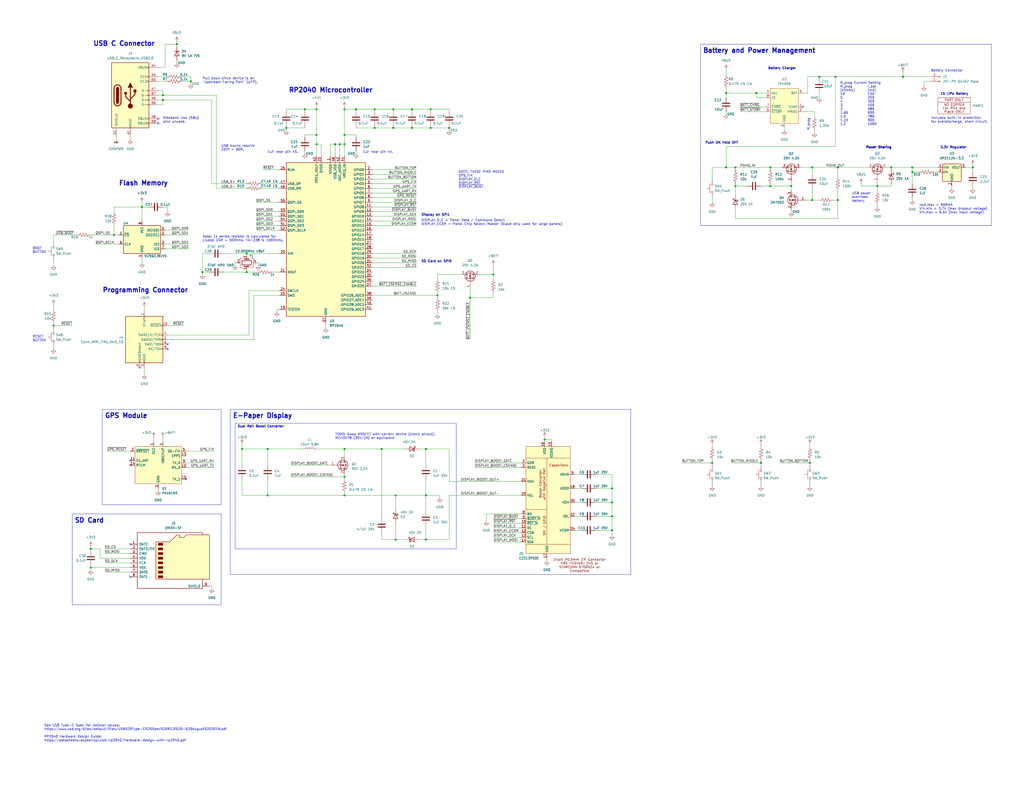
<source format=kicad_sch>
(kicad_sch (version 20230121) (generator eeschema)
  (paper "C")
  (lib_symbols
    (symbol "+3V3_1" (power) (pin_names (offset 0))
      (property "Value" "+3V3_1" (at 0 3.556 0))
      (symbol "+3V3_1_1_1"
        (pin power_in line (at 0 0 90) (length 0) hide (name "+3V3") (number "1"))
      )
    )
    (symbol "+3V3_2" (power) (pin_names (offset 0))
      (property "Value" "+3V3_2" (at 0 3.556 0))
      (symbol "+3V3_2_1_1"
        (pin power_in line (at 0 0 90) (length 0) hide (name "+3V3") (number "1"))
      )
    )
    (symbol "+3V3_3" (power) (pin_names (offset 0))
      (property "Value" "+3V3_3" (at 0 3.556 0))
      (symbol "+3V3_3_1_1"
        (pin power_in line (at 0 0 90) (length 0) hide (name "+3V3") (number "1"))
      )
    )
    (symbol "+3V3_4" (power) (pin_names (offset 0))
      (property "Value" "+3V3_4" (at 0 3.556 0))
      (symbol "+3V3_4_1_1"
        (pin power_in line (at 0 0 90) (length 0) hide (name "+3V3") (number "1"))
      )
    )
    (symbol "+BATT_1" (power) (pin_names (offset 0))
      (property "Value" "+BATT_1" (at 0 3.556 0))
      (symbol "+BATT_1_1_1"
        (pin power_in line (at 0 0 90) (length 0) hide (name "+BATT") (number "1"))
      )
    )
    (symbol "+BATT_2" (power) (pin_names (offset 0))
      (property "Value" "+BATT_2" (at 0 3.556 0))
      (symbol "+BATT_2_1_1"
        (pin power_in line (at 0 0 90) (length 0) hide (name "+BATT") (number "1"))
      )
    )
    (symbol "Connector:Conn_01x02_Male" (pin_names (offset 1.016) hide)
      (property "Reference" "J" (at 0 2.54 0))
      (property "Value" "Conn_01x02_Male" (at 0 -5.08 0))
      (symbol "Conn_01x02_Male_1_1"
        (pin passive line (at 5.08 0 180) (length 3.81) (name "Pin_1") (number "1"))
        (pin passive line (at 5.08 -2.54 180) (length 3.81) (name "Pin_2") (number "2"))
      )
    )
    (symbol "Connector:Conn_ARM_JTAG_SWD_10" (pin_names (offset 1.016))
      (property "Reference" "J" (at -2.54 16.51 0))
      (property "Value" "Conn_ARM_JTAG_SWD_10" (at -2.54 13.97 0))
      (symbol "Conn_ARM_JTAG_SWD_10_1_1"
        (pin power_in line (at 0 15.24 270) (length 2.54) (name "VTref") (number "1"))
        (pin open_collector line (at 12.7 7.62 180) (length 2.54) (name "~{RESET}") (number "10"))
        (pin bidirectional line (at 12.7 0 180) (length 2.54) (name "SWDIO/TMS") (number "2"))
        (pin power_in line (at 0 -15.24 90) (length 2.54) (name "GND") (number "3"))
        (pin output line (at 12.7 2.54 180) (length 2.54) (name "SWDCLK/TCK") (number "4"))
        (pin passive line (at 0 -15.24 90) (length 2.54) hide (name "GND") (number "5"))
        (pin input line (at 12.7 -2.54 180) (length 2.54) (name "SWO/TDO") (number "6"))
        (pin no_connect line (at -10.16 0 0) (length 2.54) hide (name "KEY") (number "7"))
        (pin output line (at 12.7 -5.08 180) (length 2.54) (name "NC/TDI") (number "8"))
        (pin passive line (at -2.54 -15.24 90) (length 2.54) (name "GNDDetect") (number "9"))
      )
    )
    (symbol "Connector:Micro_SD_Card" (pin_names (offset 1.016))
      (property "Reference" "J" (at -16.51 15.24 0))
      (property "Value" "Micro_SD_Card" (at 16.51 15.24 0))
      (symbol "Micro_SD_Card_1_1"
        (pin bidirectional line (at -22.86 7.62 0) (length 3.81) (name "DAT2") (number "1"))
        (pin bidirectional line (at -22.86 5.08 0) (length 3.81) (name "DAT3/CD") (number "2"))
        (pin input line (at -22.86 2.54 0) (length 3.81) (name "CMD") (number "3"))
        (pin power_in line (at -22.86 0 0) (length 3.81) (name "VDD") (number "4"))
        (pin input line (at -22.86 -2.54 0) (length 3.81) (name "CLK") (number "5"))
        (pin power_in line (at -22.86 -5.08 0) (length 3.81) (name "VSS") (number "6"))
        (pin bidirectional line (at -22.86 -7.62 0) (length 3.81) (name "DAT0") (number "7"))
        (pin bidirectional line (at -22.86 -10.16 0) (length 3.81) (name "DAT1") (number "8"))
        (pin passive line (at 20.32 -15.24 180) (length 3.81) (name "SHIELD") (number "9"))
      )
    )
    (symbol "Connector:USB_C_Receptacle_USB2.0" (pin_names (offset 1.016))
      (property "Reference" "J" (at -10.16 19.05 0))
      (property "Value" "USB_C_Receptacle_USB2.0" (at 19.05 19.05 0))
      (symbol "USB_C_Receptacle_USB2.0_1_1"
        (pin passive line (at 0 -22.86 90) (length 5.08) (name "GND") (number "A1"))
        (pin passive line (at 0 -22.86 90) (length 5.08) hide (name "GND") (number "A12"))
        (pin passive line (at 15.24 15.24 180) (length 5.08) (name "VBUS") (number "A4"))
        (pin bidirectional line (at 15.24 10.16 180) (length 5.08) (name "CC1") (number "A5"))
        (pin bidirectional line (at 15.24 -2.54 180) (length 5.08) (name "D+") (number "A6"))
        (pin bidirectional line (at 15.24 2.54 180) (length 5.08) (name "D-") (number "A7"))
        (pin bidirectional line (at 15.24 -12.7 180) (length 5.08) (name "SBU1") (number "A8"))
        (pin passive line (at 15.24 15.24 180) (length 5.08) hide (name "VBUS") (number "A9"))
        (pin passive line (at 0 -22.86 90) (length 5.08) hide (name "GND") (number "B1"))
        (pin passive line (at 0 -22.86 90) (length 5.08) hide (name "GND") (number "B12"))
        (pin passive line (at 15.24 15.24 180) (length 5.08) hide (name "VBUS") (number "B4"))
        (pin bidirectional line (at 15.24 7.62 180) (length 5.08) (name "CC2") (number "B5"))
        (pin bidirectional line (at 15.24 -5.08 180) (length 5.08) (name "D+") (number "B6"))
        (pin bidirectional line (at 15.24 0 180) (length 5.08) (name "D-") (number "B7"))
        (pin bidirectional line (at 15.24 -15.24 180) (length 5.08) (name "SBU2") (number "B8"))
        (pin passive line (at 15.24 15.24 180) (length 5.08) hide (name "VBUS") (number "B9"))
        (pin passive line (at -7.62 -22.86 90) (length 5.08) (name "SHIELD") (number "S1"))
      )
    )
    (symbol "Custom_Battery_Management:TP4056"
      (property "Reference" "U" (at -6.35 8.89 0))
      (property "Value" "TP4056" (at 5.08 8.89 0))
      (symbol "TP4056_1_1"
        (pin input line (at 10.16 -2.54 180) (length 2.54) (name "TEMP") (number "1"))
        (pin input line (at 10.16 -5.08 180) (length 2.54) (name "PROG") (number "2"))
        (pin power_in line (at 0 -13.97 90) (length 2.54) (name "GND") (number "3"))
        (pin power_in line (at -10.16 5.08 0) (length 2.54) (name "Vcc") (number "4"))
        (pin power_out line (at 10.16 5.08 180) (length 2.54) (name "BAT") (number "5"))
        (pin open_collector line (at -10.16 -5.08 0) (length 2.54) (name "~{STDBY}") (number "6"))
        (pin open_collector line (at -10.16 -2.54 0) (length 2.54) (name "~{CHRG}") (number "7"))
        (pin input line (at -10.16 2.54 0) (length 2.54) (name "CE") (number "8"))
      )
    )
    (symbol "Custom_Display_Graphic:PervasiveDisplays_E2213PS0E_Connector"
      (property "Reference" "J" (at -10.16 7.62 0))
      (property "Value" "E2213PS0E" (at 10.16 7.62 0))
      (symbol "PervasiveDisplays_E2213PS0E_Connector_0_0"
        (pin no_connect line (at 12.7 -1.27 180) (length 2.54) hide (name "NC") (number "1"))
        (pin input line (at -13.97 -35.56 0) (length 2.54) (name "~{RST_N}") (number "10"))
        (pin input line (at -13.97 -38.1 0) (length 2.54) (name "DC") (number "11"))
        (pin input line (at -13.97 -40.64 0) (length 2.54) (name "CSB") (number "12"))
        (pin input line (at -13.97 -43.18 0) (length 2.54) (name "SCL") (number "13"))
        (pin input line (at -13.97 -45.72 0) (length 2.54) (name "SDA") (number "14"))
        (pin power_in line (at 2.54 8.89 270) (length 2.54) (name "VDDIO") (number "15"))
        (pin power_in line (at -1.27 8.89 270) (length 2.54) (name "VDD") (number "16"))
        (pin power_in line (at 0 -54.61 90) (length 2.54) (name "GND") (number "17"))
        (pin passive line (at 15.24 -16.51 180) (length 2.54) (name "VDDD") (number "18"))
        (pin no_connect line (at 12.7 -6.35 180) (length 2.54) hide (name "NC") (number "19"))
        (pin output line (at -13.97 -2.54 0) (length 2.54) (name "GDR") (number "2"))
        (pin passive line (at 15.24 -24.13 180) (length 2.54) (name "VDH") (number "20"))
        (pin passive line (at -13.97 -12.7 0) (length 2.54) (name "VGH") (number "21"))
        (pin passive line (at 15.24 -31.75 180) (length 2.54) (name "VDL") (number "22"))
        (pin passive line (at -13.97 -20.32 0) (length 2.54) (name "VGL") (number "23"))
        (pin passive line (at 15.24 -39.37 180) (length 2.54) (name "VCOM") (number "24"))
        (pin input line (at -13.97 -5.08 0) (length 2.54) (name "RESE") (number "3"))
        (pin no_connect line (at 12.7 -2.54 180) (length 2.54) hide (name "NC") (number "4"))
        (pin passive line (at 15.24 -8.89 180) (length 2.54) (name "VDHR") (number "5"))
        (pin no_connect line (at 12.7 -3.81 180) (length 2.54) hide (name "NC") (number "6"))
        (pin no_connect line (at 12.7 -5.08 180) (length 2.54) hide (name "NC") (number "7"))
        (pin input line (at -13.97 -30.48 0) (length 2.54) (name "BS") (number "8"))
        (pin output line (at -13.97 -33.02 0) (length 2.54) (name "~{BUSY_N}") (number "9"))
      )
      (symbol "PervasiveDisplays_E2213PS0E_Connector_0_1"
        (text "24pin P0.5mm ZIF Connector\nHRS FH34SRJ 24S or\nSTARCONN 6700S24 or\nCompatible" (at 17.78 -58.42 0) (effects (font (size 1.27 1.27))))
        (text "Boost Converter\nwith Negative Rail" (at -2.54 -13.97 900) (effects (font (size 1.27 1.27))))
        (text "Capacitors" (at 6.35 -3.81 0) (effects (font (size 1.27 1.27))))
        (text "SPI / GPIO" (at -1.27 -36.83 900) (effects (font (size 1.27 1.27))))
      )
    )
    (symbol "Custom_Module:PA1616S"
      (property "Reference" "U" (at -11.43 8.89 0))
      (property "Value" "PA1616S" (at 8.89 8.89 0))
      (symbol "PA1616S_0_0"
        (pin power_in line (at -2.54 10.16 270) (length 2.54) (name "VCC") (number "1"))
        (pin input line (at 15.24 -3.81 180) (length 2.54) (name "RX_0") (number "10"))
        (pin input line (at -15.24 0 0) (length 2.54) (name "EX_ANT") (number "11"))
        (pin power_in line (at 0 -15.24 90) (length 2.54) hide (name "GND") (number "12"))
        (pin output line (at 15.24 2.54 180) (length 2.54) (name "1PPS") (number "13"))
        (pin input line (at -15.24 -2.54 0) (length 2.54) (name "RTCM") (number "14"))
        (pin output line (at 15.24 -10.16 180) (length 2.54) (name "TX_1") (number "15"))
        (pin no_connect line (at -12.7 -7.62 0) (length 2.54) hide (name "NC") (number "16"))
        (pin no_connect line (at -12.7 -8.89 0) (length 2.54) hide (name "NC") (number "17"))
        (pin no_connect line (at -12.7 -10.16 0) (length 2.54) hide (name "NC") (number "18"))
        (pin power_in line (at 0 -15.24 90) (length 2.54) hide (name "GND") (number "19"))
        (pin input line (at -15.24 5.08 0) (length 2.54) (name "~{NRESET}") (number "2"))
        (pin no_connect line (at -12.7 -11.43 0) (length 2.54) hide (name "NC") (number "20"))
        (pin power_in line (at 0 -15.24 90) (length 2.54) (name "GND") (number "3"))
        (pin power_in line (at 2.54 10.16 270) (length 2.54) (name "VBACKUP") (number "4"))
        (pin output line (at 15.24 5.08 180) (length 2.54) (name "3D-FIX") (number "5"))
        (pin no_connect line (at -12.7 -5.08 0) (length 2.54) hide (name "NC") (number "6"))
        (pin no_connect line (at -12.7 -6.35 0) (length 2.54) hide (name "NC") (number "7"))
        (pin power_in line (at 0 -15.24 90) (length 2.54) hide (name "GND") (number "8"))
        (pin output line (at 15.24 -1.27 180) (length 2.54) (name "TX_0") (number "9"))
      )
    )
    (symbol "Custom_Placeholder:Part" (pin_numbers hide) (pin_names (offset 0) hide)
      (property "Reference" "PART" (at 0 2.54 0))
      (symbol "Part_0_0"
        (text "For Pick and" (at 0 -4.445 0) (effects (font (size 1.27 1.27))))
        (text "NO COPPER" (at 0 -2.54 0) (effects (font (size 1.27 1.27))))
        (text "PART ONLY" (at 0 0 0) (effects (font (size 1.27 1.27))))
        (text "Place ONLY" (at 0 -6.35 0) (effects (font (size 1.27 1.27))))
      )
    )
    (symbol "Device:C" (pin_numbers hide) (pin_names (offset 0.254))
      (property "Reference" "C" (at 0.635 2.54 0))
      (property "Value" "C" (at 0.635 -2.54 0))
      (symbol "C_1_1"
        (pin passive line (at 0 3.81 270) (length 2.794) (name "~") (number "1"))
        (pin passive line (at 0 -3.81 90) (length 2.794) (name "~") (number "2"))
      )
    )
    (symbol "Device:Crystal_GND24" (pin_names (offset 1.016) hide)
      (property "Reference" "Y" (at 3.175 5.08 0))
      (property "Value" "Crystal_GND24" (at 3.175 3.175 0))
      (symbol "Crystal_GND24_1_1"
        (pin passive line (at -3.81 0 0) (length 1.27) (name "1") (number "1"))
        (pin passive line (at 0 5.08 270) (length 1.27) (name "2") (number "2"))
        (pin passive line (at 3.81 0 180) (length 1.27) (name "3") (number "3"))
        (pin passive line (at 0 -5.08 90) (length 1.27) (name "4") (number "4"))
      )
    )
    (symbol "Device:D_Schottky" (pin_numbers hide) (pin_names (offset 1.016) hide)
      (property "Reference" "D" (at 0 2.54 0))
      (property "Value" "D_Schottky" (at 0 -2.54 0))
      (symbol "D_Schottky_1_1"
        (pin passive line (at -3.81 0 0) (length 2.54) (name "K") (number "1"))
        (pin passive line (at 3.81 0 180) (length 2.54) (name "A") (number "2"))
      )
    )
    (symbol "Device:D_Zener" (pin_numbers hide) (pin_names (offset 1.016) hide)
      (property "Reference" "D" (at 0 2.54 0))
      (property "Value" "D_Zener" (at 0 -2.54 0))
      (symbol "D_Zener_1_1"
        (pin passive line (at -3.81 0 0) (length 2.54) (name "K") (number "1"))
        (pin passive line (at 3.81 0 180) (length 2.54) (name "A") (number "2"))
      )
    )
    (symbol "Device:L" (pin_numbers hide) (pin_names (offset 1.016) hide)
      (property "Reference" "L" (at -1.27 0 90))
      (property "Value" "L" (at 1.905 0 90))
      (symbol "L_1_1"
        (pin passive line (at 0 3.81 270) (length 1.27) (name "1") (number "1"))
        (pin passive line (at 0 -3.81 90) (length 1.27) (name "2") (number "2"))
      )
    )
    (symbol "Device:Q_NMOS_GSD" (pin_names (offset 0) hide)
      (property "Reference" "Q" (at 5.08 1.27 0))
      (property "Value" "Q_NMOS_GSD" (at 5.08 -1.27 0))
      (symbol "Q_NMOS_GSD_1_1"
        (pin input line (at -5.08 0 0) (length 2.54) (name "G") (number "1"))
        (pin passive line (at 2.54 -5.08 90) (length 2.54) (name "S") (number "2"))
        (pin passive line (at 2.54 5.08 270) (length 2.54) (name "D") (number "3"))
      )
    )
    (symbol "Device:Q_PMOS_GSD" (pin_names (offset 0) hide)
      (property "Reference" "Q" (at 5.08 1.27 0))
      (property "Value" "Q_PMOS_GSD" (at 5.08 -1.27 0))
      (symbol "Q_PMOS_GSD_1_1"
        (pin input line (at -5.08 0 0) (length 2.54) (name "G") (number "1"))
        (pin passive line (at 2.54 -5.08 90) (length 2.54) (name "S") (number "2"))
        (pin passive line (at 2.54 5.08 270) (length 2.54) (name "D") (number "3"))
      )
    )
    (symbol "Device:R_US" (pin_numbers hide) (pin_names (offset 0))
      (property "Reference" "R" (at 2.54 0 90))
      (property "Value" "R_US" (at -2.54 0 90))
      (symbol "R_US_1_1"
        (pin passive line (at 0 3.81 270) (length 1.27) (name "~") (number "1"))
        (pin passive line (at 0 -3.81 90) (length 1.27) (name "~") (number "2"))
      )
    )
    (symbol "GND_1" (power) (pin_names (offset 0))
      (property "Value" "GND_1" (at 0 -3.81 0))
      (symbol "GND_1_1_1"
        (pin power_in line (at 0 0 270) (length 0) hide (name "GND") (number "1"))
      )
    )
    (symbol "GND_2" (power) (pin_names (offset 0))
      (property "Value" "GND_2" (at 0 -3.81 0))
      (symbol "GND_2_1_1"
        (pin power_in line (at 0 0 270) (length 0) hide (name "GND") (number "1"))
      )
    )
    (symbol "GND_3" (power) (pin_names (offset 0))
      (property "Value" "GND_3" (at 0 -3.81 0))
      (symbol "GND_3_1_1"
        (pin power_in line (at 0 0 270) (length 0) hide (name "GND") (number "1"))
      )
    )
    (symbol "GND_4" (power) (pin_names (offset 0))
      (property "Value" "GND_4" (at 0 -3.81 0))
      (symbol "GND_4_1_1"
        (pin power_in line (at 0 0 270) (length 0) hide (name "GND") (number "1"))
      )
    )
    (symbol "GND_5" (power) (pin_names (offset 0))
      (property "Value" "GND_5" (at 0 -3.81 0))
      (symbol "GND_5_1_1"
        (pin power_in line (at 0 0 270) (length 0) hide (name "GND") (number "1"))
      )
    )
    (symbol "GND_6" (power) (pin_names (offset 0))
      (property "Value" "GND_6" (at 0 -3.81 0))
      (symbol "GND_6_1_1"
        (pin power_in line (at 0 0 270) (length 0) hide (name "GND") (number "1"))
      )
    )
    (symbol "GND_7" (power) (pin_names (offset 0))
      (property "Value" "GND_7" (at 0 -3.81 0))
      (symbol "GND_7_1_1"
        (pin power_in line (at 0 0 270) (length 0) hide (name "GND") (number "1"))
      )
    )
    (symbol "GND_8" (power) (pin_names (offset 0))
      (property "Value" "GND_8" (at 0 -3.81 0))
      (symbol "GND_8_1_1"
        (pin power_in line (at 0 0 270) (length 0) hide (name "GND") (number "1"))
      )
    )
    (symbol "GND_9" (power) (pin_names (offset 0))
      (property "Value" "GND_9" (at 0 -3.81 0))
      (symbol "GND_9_1_1"
        (pin power_in line (at 0 0 270) (length 0) hide (name "GND") (number "1"))
      )
    )
    (symbol "MCU_RaspberryPi:RP2040"
      (property "Reference" "U" (at 17.78 45.72 0))
      (property "Value" "RP2040" (at 17.78 43.18 0))
      (symbol "RP2040_1_1"
        (pin power_in line (at 2.54 45.72 270) (length 3.81) (name "IOVDD") (number "1"))
        (pin passive line (at 2.54 45.72 270) (length 3.81) hide (name "IOVDD") (number "10"))
        (pin bidirectional line (at 25.4 17.78 180) (length 3.81) (name "GPIO8") (number "11"))
        (pin bidirectional line (at 25.4 15.24 180) (length 3.81) (name "GPIO9") (number "12"))
        (pin bidirectional line (at 25.4 12.7 180) (length 3.81) (name "GPIO10") (number "13"))
        (pin bidirectional line (at 25.4 10.16 180) (length 3.81) (name "GPIO11") (number "14"))
        (pin bidirectional line (at 25.4 7.62 180) (length 3.81) (name "GPIO12") (number "15"))
        (pin bidirectional line (at 25.4 5.08 180) (length 3.81) (name "GPIO13") (number "16"))
        (pin bidirectional line (at 25.4 2.54 180) (length 3.81) (name "GPIO14") (number "17"))
        (pin bidirectional line (at 25.4 0 180) (length 3.81) (name "GPIO15") (number "18"))
        (pin input line (at -25.4 -38.1 0) (length 3.81) (name "TESTEN") (number "19"))
        (pin bidirectional line (at 25.4 38.1 180) (length 3.81) (name "GPIO0") (number "2"))
        (pin input line (at -25.4 -7.62 0) (length 3.81) (name "XIN") (number "20"))
        (pin passive line (at -25.4 -17.78 0) (length 3.81) (name "XOUT") (number "21"))
        (pin passive line (at 2.54 45.72 270) (length 3.81) hide (name "IOVDD") (number "22"))
        (pin power_in line (at -2.54 45.72 270) (length 3.81) (name "DVDD") (number "23"))
        (pin output line (at -25.4 -27.94 0) (length 3.81) (name "SWCLK") (number "24"))
        (pin bidirectional line (at -25.4 -30.48 0) (length 3.81) (name "SWD") (number "25"))
        (pin input line (at -25.4 38.1 0) (length 3.81) (name "RUN") (number "26"))
        (pin bidirectional line (at 25.4 -2.54 180) (length 3.81) (name "GPIO16") (number "27"))
        (pin bidirectional line (at 25.4 -5.08 180) (length 3.81) (name "GPIO17") (number "28"))
        (pin bidirectional line (at 25.4 -7.62 180) (length 3.81) (name "GPIO18") (number "29"))
        (pin bidirectional line (at 25.4 35.56 180) (length 3.81) (name "GPIO1") (number "3"))
        (pin bidirectional line (at 25.4 -10.16 180) (length 3.81) (name "GPIO19") (number "30"))
        (pin bidirectional line (at 25.4 -12.7 180) (length 3.81) (name "GPIO20") (number "31"))
        (pin bidirectional line (at 25.4 -15.24 180) (length 3.81) (name "GPIO21") (number "32"))
        (pin passive line (at 2.54 45.72 270) (length 3.81) hide (name "IOVDD") (number "33"))
        (pin bidirectional line (at 25.4 -17.78 180) (length 3.81) (name "GPIO22") (number "34"))
        (pin bidirectional line (at 25.4 -20.32 180) (length 3.81) (name "GPIO23") (number "35"))
        (pin bidirectional line (at 25.4 -22.86 180) (length 3.81) (name "GPIO24") (number "36"))
        (pin bidirectional line (at 25.4 -25.4 180) (length 3.81) (name "GPIO25") (number "37"))
        (pin bidirectional line (at 25.4 -30.48 180) (length 3.81) (name "GPIO26_ADC0") (number "38"))
        (pin bidirectional line (at 25.4 -33.02 180) (length 3.81) (name "GPIO27_ADC1") (number "39"))
        (pin bidirectional line (at 25.4 33.02 180) (length 3.81) (name "GPIO2") (number "4"))
        (pin bidirectional line (at 25.4 -35.56 180) (length 3.81) (name "GPIO28_ADC2") (number "40"))
        (pin bidirectional line (at 25.4 -38.1 180) (length 3.81) (name "GPIO29_ADC3") (number "41"))
        (pin passive line (at 2.54 45.72 270) (length 3.81) hide (name "IOVDD") (number "42"))
        (pin power_in line (at 7.62 45.72 270) (length 3.81) (name "ADC_AVDD") (number "43"))
        (pin power_in line (at 10.16 45.72 270) (length 3.81) (name "VREG_IN") (number "44"))
        (pin power_out line (at -5.08 45.72 270) (length 3.81) (name "VREG_VOUT") (number "45"))
        (pin bidirectional line (at -25.4 27.94 0) (length 3.81) (name "USB_DM") (number "46"))
        (pin bidirectional line (at -25.4 30.48 0) (length 3.81) (name "USB_DP") (number "47"))
        (pin power_in line (at 5.08 45.72 270) (length 3.81) (name "USB_VDD") (number "48"))
        (pin passive line (at 2.54 45.72 270) (length 3.81) hide (name "IOVDD") (number "49"))
        (pin bidirectional line (at 25.4 30.48 180) (length 3.81) (name "GPIO3") (number "5"))
        (pin passive line (at -2.54 45.72 270) (length 3.81) hide (name "DVDD") (number "50"))
        (pin bidirectional line (at -25.4 7.62 0) (length 3.81) (name "QSPI_SD3") (number "51"))
        (pin output line (at -25.4 5.08 0) (length 3.81) (name "QSPI_SCLK") (number "52"))
        (pin bidirectional line (at -25.4 15.24 0) (length 3.81) (name "QSPI_SD0") (number "53"))
        (pin bidirectional line (at -25.4 10.16 0) (length 3.81) (name "QSPI_SD2") (number "54"))
        (pin bidirectional line (at -25.4 12.7 0) (length 3.81) (name "QSPI_SD1") (number "55"))
        (pin bidirectional line (at -25.4 20.32 0) (length 3.81) (name "QSPI_SS") (number "56"))
        (pin power_in line (at 0 -45.72 90) (length 3.81) (name "GND") (number "57"))
        (pin bidirectional line (at 25.4 27.94 180) (length 3.81) (name "GPIO4") (number "6"))
        (pin bidirectional line (at 25.4 25.4 180) (length 3.81) (name "GPIO5") (number "7"))
        (pin bidirectional line (at 25.4 22.86 180) (length 3.81) (name "GPIO6") (number "8"))
        (pin bidirectional line (at 25.4 20.32 180) (length 3.81) (name "GPIO7") (number "9"))
      )
    )
    (symbol "Memory_Flash:W25Q128JVS"
      (property "Reference" "U" (at -8.89 8.89 0))
      (property "Value" "W25Q128JVS" (at 7.62 8.89 0))
      (symbol "W25Q128JVS_1_1"
        (pin input line (at -12.7 2.54 0) (length 2.54) (name "~{CS}") (number "1"))
        (pin bidirectional line (at 12.7 2.54 180) (length 2.54) (name "DO(IO1)") (number "2"))
        (pin bidirectional line (at 12.7 -2.54 180) (length 2.54) (name "IO2") (number "3"))
        (pin power_in line (at 0 -10.16 90) (length 2.54) (name "GND") (number "4"))
        (pin bidirectional line (at 12.7 5.08 180) (length 2.54) (name "DI(IO0)") (number "5"))
        (pin input line (at -12.7 -2.54 0) (length 2.54) (name "CLK") (number "6"))
        (pin bidirectional line (at 12.7 -5.08 180) (length 2.54) (name "IO3") (number "7"))
        (pin power_in line (at 0 10.16 270) (length 2.54) (name "VCC") (number "8"))
      )
    )
    (symbol "Regulator_Linear:AP2112K-3.3" (pin_names (offset 0.254))
      (property "Reference" "U" (at -5.08 5.715 0))
      (property "Value" "AP2112K-3.3" (at 0 5.715 0))
      (symbol "AP2112K-3.3_1_1"
        (pin power_in line (at -7.62 2.54 0) (length 2.54) (name "VIN") (number "1"))
        (pin power_in line (at 0 -7.62 90) (length 2.54) (name "GND") (number "2"))
        (pin input line (at -7.62 0 0) (length 2.54) (name "EN") (number "3"))
        (pin no_connect line (at 5.08 0 180) (length 2.54) hide (name "NC") (number "4"))
        (pin power_out line (at 7.62 2.54 180) (length 2.54) (name "VOUT") (number "5"))
      )
    )
    (symbol "Switch:SW_Push" (pin_numbers hide) (pin_names (offset 1.016) hide)
      (property "Reference" "SW" (at 1.27 2.54 0))
      (property "Value" "SW_Push" (at 0 -1.524 0))
      (symbol "SW_Push_0_1"
        (pin passive line (at -5.08 0 0) (length 2.54) (name "1") (number "1"))
        (pin passive line (at 5.08 0 180) (length 2.54) (name "2") (number "2"))
      )
    )
    (symbol "Transistor_FET:2N7002" (pin_names hide)
      (property "Reference" "Q" (at 5.08 1.905 0))
      (property "Value" "2N7002" (at 5.08 0 0))
      (symbol "2N7002_1_1"
        (pin input line (at -5.08 0 0) (length 2.54) (name "G") (number "1"))
        (pin passive line (at 2.54 -5.08 90) (length 2.54) (name "S") (number "2"))
        (pin passive line (at 2.54 5.08 270) (length 2.54) (name "D") (number "3"))
      )
    )
    (symbol "power:+1V1" (power) (pin_names (offset 0))
      (property "Value" "+1V1" (at 0 3.556 0))
      (symbol "+1V1_1_1"
        (pin power_in line (at 0 0 90) (length 0) hide (name "+1V1") (number "1"))
      )
    )
    (symbol "power:+3V3" (power) (pin_names (offset 0))
      (property "Value" "+3V3" (at 0 3.556 0))
      (symbol "+3V3_1_1"
        (pin power_in line (at 0 0 90) (length 0) hide (name "+3V3") (number "1"))
      )
    )
    (symbol "power:+BATT" (power) (pin_names (offset 0))
      (property "Value" "+BATT" (at 0 3.556 0))
      (symbol "+BATT_1_1"
        (pin power_in line (at 0 0 90) (length 0) hide (name "+BATT") (number "1"))
      )
    )
    (symbol "power:GND" (power) (pin_names (offset 0))
      (property "Value" "GND" (at 0 -3.81 0))
      (symbol "GND_1_1"
        (pin power_in line (at 0 0 270) (length 0) hide (name "GND") (number "1"))
      )
    )
    (symbol "power:GNDPWR" (power) (pin_names (offset 0))
      (property "Value" "GNDPWR" (at 0 -3.302 0))
      (symbol "GNDPWR_1_1"
        (pin power_in line (at 0 0 270) (length 0) hide (name "GNDPWR") (number "1"))
      )
    )
    (symbol "power:VBUS" (power) (pin_names (offset 0))
      (property "Value" "VBUS" (at 0 3.81 0))
      (symbol "VBUS_1_1"
        (pin power_in line (at 0 0 90) (length 0) hide (name "VBUS") (number "1"))
      )
    )
  )
  (junction (at 478.79 101.6))
  (junction (at 146.05 270.51))
  (junction (at 166.37 59.69))
  (junction (at 232.41 245.11))
  (junction (at 204.47 59.69))
  (junction (at 187.96 245.11))
  (junction (at 245.11 69.85))
  (junction (at 334.01 274.32))
  (junction (at 431.8 101.6))
  (junction (at 234.95 59.69))
  (junction (at 214.63 69.85))
  (junction (at 457.2 91.44))
  (junction (at 110.49 148.59))
  (junction (at 172.72 78.74))
  (junction (at 134.62 148.59))
  (junction (at 232.41 294.64))
  (junction (at 420.37 101.6))
  (junction (at 455.93 41.91))
  (junction (at 497.84 91.44))
  (junction (at 224.79 69.85))
  (junction (at 224.79 59.69))
  (junction (at 88.9 54.61))
  (junction (at 269.24 149.86))
  (junction (at 49.53 299.72))
  (junction (at 443.23 91.44))
  (junction (at 401.32 101.6))
  (junction (at 77.47 113.03))
  (junction (at 182.88 78.74))
  (junction (at 204.47 69.85))
  (junction (at 420.37 91.44))
  (junction (at 401.32 91.44))
  (junction (at 172.72 59.69))
  (junction (at 492.76 41.91))
  (junction (at 96.52 24.13))
  (junction (at 214.63 59.69))
  (junction (at 396.24 91.44))
  (junction (at 256.54 162.56))
  (junction (at 172.72 73.66))
  (junction (at 334.01 289.56))
  (junction (at 88.9 52.07))
  (junction (at 187.96 78.74))
  (junction (at 185.42 78.74))
  (junction (at 441.96 252.73))
  (junction (at 187.96 59.69))
  (junction (at 156.21 69.85))
  (junction (at 415.29 252.73))
  (junction (at 132.08 245.11))
  (junction (at 49.53 309.88))
  (junction (at 134.62 138.43))
  (junction (at 412.75 50.8))
  (junction (at 215.9 270.51))
  (junction (at 334.01 281.94))
  (junction (at 29.21 177.8))
  (junction (at 187.96 260.35))
  (junction (at 234.95 69.85))
  (junction (at 62.23 128.27))
  (junction (at 187.96 73.66))
  (junction (at 497.84 93.98))
  (junction (at 187.96 270.51))
  (junction (at 194.31 59.69))
  (junction (at 457.2 109.22))
  (junction (at 232.41 270.51))
  (junction (at 396.24 50.8))
  (junction (at 443.23 109.22))
  (junction (at 208.28 245.11))
  (junction (at 447.04 41.91))
  (junction (at 486.41 91.44))
  (junction (at 238.76 161.29))
  (junction (at 334.01 266.7))
  (junction (at 530.86 91.44))
  (junction (at 215.9 294.64))
  (junction (at 104.14 44.45))
  (junction (at 146.05 245.11))
  (junction (at 297.18 240.03))
  (junction (at 388.62 252.73))
  (no_connect (at 438.15 58.42))
  (no_connect (at 71.12 254))
  (no_connect (at 86.36 67.31))
  (no_connect (at 86.36 64.77))
  (no_connect (at 91.44 190.5))
  (no_connect (at 71.12 251.46))
  (no_connect (at 71.12 314.96))
  (no_connect (at 91.44 187.96))
  (no_connect (at 101.6 261.62))
  (no_connect (at 71.12 297.18))
  (no_connect (at 76.2 200.66))
  (wire (pts (xy 215.9 285.75) (xy 215.9 294.64)))
  (wire (pts (xy 139.7 125.73) (xy 152.4 125.73)))
  (wire (pts (xy 224.79 59.69) (xy 224.79 60.96)))
  (wire (pts (xy 139.7 110.49) (xy 152.4 110.49)))
  (wire (pts (xy 245.11 59.69) (xy 245.11 60.96)))
  (wire (pts (xy 158.75 260.35) (xy 187.96 260.35)))
  (wire (pts (xy 440.69 41.91) (xy 447.04 41.91)))
  (wire (pts (xy 478.79 111.76) (xy 478.79 113.03)))
  (wire (pts (xy 204.47 59.69) (xy 204.47 60.96)))
  (wire (pts (xy 90.17 133.35) (xy 102.87 133.35)))
  (wire (pts (xy 420.37 101.6) (xy 415.29 101.6)))
  (polyline (pts (xy 39.37 280.67) (xy 120.65 280.67)))
  (wire (pts (xy 401.32 100.33) (xy 401.32 101.6)))
  (wire (pts (xy 96.52 22.86) (xy 96.52 24.13)))
  (wire (pts (xy 151.13 168.91) (xy 152.4 168.91)))
  (wire (pts (xy 486.41 91.44) (xy 486.41 92.71)))
  (wire (pts (xy 132.08 270.51) (xy 146.05 270.51)))
  (wire (pts (xy 71.12 304.8) (xy 54.61 304.8)))
  (wire (pts (xy 325.12 259.08) (xy 334.01 259.08)))
  (wire (pts (xy 208.28 283.21) (xy 208.28 245.11)))
  (wire (pts (xy 214.63 59.69) (xy 214.63 60.96)))
  (wire (pts (xy 203.2 100.33) (xy 227.33 100.33)))
  (polyline (pts (xy 55.88 223.52) (xy 120.65 223.52)))
  (wire (pts (xy 334.01 259.08) (xy 334.01 266.7)))
  (wire (pts (xy 110.49 148.59) (xy 110.49 138.43)))
  (wire (pts (xy 77.47 113.03) (xy 81.28 113.03)))
  (wire (pts (xy 269.24 295.91) (xy 284.48 295.91)))
  (wire (pts (xy 77.47 113.03) (xy 77.47 120.65)))
  (wire (pts (xy 101.6 246.38) (xy 116.84 246.38)))
  (wire (pts (xy 401.32 101.6) (xy 407.67 101.6)))
  (wire (pts (xy 140.97 143.51) (xy 139.7 143.51)))
  (wire (pts (xy 132.08 242.57) (xy 132.08 245.11)))
  (wire (pts (xy 135.89 182.88) (xy 135.89 158.75)))
  (polyline (pts (xy 541.02 123.19) (xy 541.02 24.13)))
  (wire (pts (xy 420.37 91.44) (xy 420.37 92.71)))
  (wire (pts (xy 57.15 302.26) (xy 71.12 302.26)))
  (wire (pts (xy 90.17 24.13) (xy 90.17 36.83)))
  (wire (pts (xy 182.88 78.74) (xy 185.42 78.74)))
  (wire (pts (xy 180.34 85.09) (xy 180.34 78.74)))
  (wire (pts (xy 443.23 109.22) (xy 439.42 109.22)))
  (wire (pts (xy 203.2 146.05) (xy 227.33 146.05)))
  (wire (pts (xy 29.21 177.8) (xy 29.21 179.07)))
  (wire (pts (xy 88.9 49.53) (xy 86.36 49.53)))
  (wire (pts (xy 227.33 113.03) (xy 203.2 113.03)))
  (wire (pts (xy 509.27 93.98) (xy 511.81 93.98)))
  (wire (pts (xy 132.08 261.62) (xy 132.08 270.51)))
  (wire (pts (xy 492.76 39.37) (xy 492.76 41.91)))
  (wire (pts (xy 497.84 91.44) (xy 511.81 91.44)))
  (wire (pts (xy 313.69 259.08) (xy 317.5 259.08)))
  (wire (pts (xy 62.23 123.19) (xy 62.23 128.27)))
  (wire (pts (xy 208.28 245.11) (xy 220.98 245.11)))
  (wire (pts (xy 401.32 101.6) (xy 401.32 106.68)))
  (wire (pts (xy 388.62 252.73) (xy 388.62 254)))
  (wire (pts (xy 172.72 59.69) (xy 172.72 73.66)))
  (wire (pts (xy 187.96 260.35) (xy 187.96 261.62)))
  (polyline (pts (xy 125.73 223.52) (xy 125.73 313.69)))
  (wire (pts (xy 455.93 80.01) (xy 396.24 80.01)))
  (wire (pts (xy 194.31 59.69) (xy 194.31 60.96)))
  (wire (pts (xy 203.2 156.21) (xy 227.33 156.21)))
  (wire (pts (xy 88.9 54.61) (xy 86.36 54.61)))
  (polyline (pts (xy 120.65 280.67) (xy 120.65 330.2)))
  (wire (pts (xy 29.21 128.27) (xy 29.21 132.08)))
  (wire (pts (xy 54.61 299.72) (xy 49.53 299.72)))
  (wire (pts (xy 194.31 69.85) (xy 194.31 68.58)))
  (wire (pts (xy 39.37 177.8) (xy 29.21 177.8)))
  (wire (pts (xy 91.44 185.42) (xy 138.43 185.42)))
  (wire (pts (xy 114.3 148.59) (xy 110.49 148.59)))
  (wire (pts (xy 57.15 307.34) (xy 71.12 307.34)))
  (wire (pts (xy 269.24 144.78) (xy 269.24 149.86)))
  (wire (pts (xy 204.47 68.58) (xy 204.47 69.85)))
  (wire (pts (xy 396.24 80.01) (xy 396.24 91.44)))
  (wire (pts (xy 115.57 54.61) (xy 88.9 54.61)))
  (wire (pts (xy 284.48 262.89) (xy 245.11 262.89)))
  (wire (pts (xy 182.88 78.74) (xy 182.88 85.09)))
  (wire (pts (xy 52.07 133.35) (xy 64.77 133.35)))
  (wire (pts (xy 447.04 50.8) (xy 447.04 53.34)))
  (wire (pts (xy 269.24 293.37) (xy 284.48 293.37)))
  (wire (pts (xy 497.84 93.98) (xy 497.84 100.33)))
  (wire (pts (xy 128.27 143.51) (xy 129.54 143.51)))
  (wire (pts (xy 443.23 109.22) (xy 447.04 109.22)))
  (wire (pts (xy 166.37 82.55) (xy 166.37 83.82)))
  (wire (pts (xy 492.76 41.91) (xy 508 41.91)))
  (wire (pts (xy 187.96 259.08) (xy 187.96 260.35)))
  (wire (pts (xy 425.45 252.73) (xy 441.96 252.73)))
  (wire (pts (xy 203.2 107.95) (xy 227.33 107.95)))
  (wire (pts (xy 49.53 309.88) (xy 49.53 311.15)))
  (wire (pts (xy 415.29 251.46) (xy 415.29 252.73)))
  (wire (pts (xy 185.42 78.74) (xy 187.96 78.74)))
  (wire (pts (xy 214.63 59.69) (xy 224.79 59.69)))
  (wire (pts (xy 166.37 59.69) (xy 166.37 60.96)))
  (polyline (pts (xy 128.27 231.14) (xy 128.27 299.72)))
  (wire (pts (xy 240.03 270.51) (xy 232.41 270.51)))
  (wire (pts (xy 438.15 60.96) (xy 444.5 60.96)))
  (wire (pts (xy 325.12 274.32) (xy 334.01 274.32)))
  (wire (pts (xy 269.24 285.75) (xy 284.48 285.75)))
  (wire (pts (xy 187.96 245.11) (xy 187.96 248.92)))
  (wire (pts (xy 234.95 59.69) (xy 245.11 59.69)))
  (wire (pts (xy 313.69 266.7) (xy 317.5 266.7)))
  (wire (pts (xy 334.01 289.56) (xy 334.01 292.1)))
  (wire (pts (xy 420.37 91.44) (xy 426.72 91.44)))
  (wire (pts (xy 401.32 119.38) (xy 401.32 114.3)))
  (wire (pts (xy 284.48 270.51) (xy 245.11 270.51)))
  (wire (pts (xy 203.2 140.97) (xy 227.33 140.97)))
  (wire (pts (xy 224.79 69.85) (xy 214.63 69.85)))
  (wire (pts (xy 146.05 261.62) (xy 146.05 270.51)))
  (wire (pts (xy 401.32 92.71) (xy 401.32 91.44)))
  (wire (pts (xy 58.42 246.38) (xy 71.12 246.38)))
  (wire (pts (xy 156.21 69.85) (xy 156.21 71.12)))
  (wire (pts (xy 431.8 101.6) (xy 431.8 104.14)))
  (wire (pts (xy 388.62 91.44) (xy 396.24 91.44)))
  (wire (pts (xy 29.21 166.37) (xy 29.21 168.91)))
  (wire (pts (xy 86.36 266.7) (xy 86.36 267.97)))
  (wire (pts (xy 115.57 100.33) (xy 134.62 100.33)))
  (wire (pts (xy 215.9 270.51) (xy 232.41 270.51)))
  (wire (pts (xy 504.19 44.45) (xy 504.19 46.99)))
  (wire (pts (xy 256.54 157.48) (xy 256.54 162.56)))
  (wire (pts (xy 325.12 266.7) (xy 334.01 266.7)))
  (wire (pts (xy 142.24 100.33) (xy 152.4 100.33)))
  (wire (pts (xy 420.37 101.6) (xy 431.8 101.6)))
  (wire (pts (xy 115.57 100.33) (xy 115.57 54.61)))
  (wire (pts (xy 90.17 135.89) (xy 102.87 135.89)))
  (wire (pts (xy 259.08 252.73) (xy 284.48 252.73)))
  (wire (pts (xy 172.72 58.42) (xy 172.72 59.69)))
  (wire (pts (xy 49.53 128.27) (xy 62.23 128.27)))
  (wire (pts (xy 443.23 91.44) (xy 443.23 95.25)))
  (wire (pts (xy 90.17 125.73) (xy 102.87 125.73)))
  (wire (pts (xy 443.23 91.44) (xy 457.2 91.44)))
  (wire (pts (xy 232.41 270.51) (xy 232.41 279.4)))
  (wire (pts (xy 215.9 270.51) (xy 187.96 270.51)))
  (wire (pts (xy 478.79 99.06) (xy 478.79 101.6)))
  (wire (pts (xy 115.57 321.31) (xy 115.57 320.04)))
  (wire (pts (xy 245.11 69.85) (xy 234.95 69.85)))
  (wire (pts (xy 49.53 298.45) (xy 49.53 299.72)))
  (wire (pts (xy 203.2 95.25) (xy 227.33 95.25)))
  (wire (pts (xy 457.2 119.38) (xy 401.32 119.38)))
  (wire (pts (xy 228.6 245.11) (xy 232.41 245.11)))
  (wire (pts (xy 187.96 73.66) (xy 194.31 73.66)))
  (wire (pts (xy 232.41 245.11) (xy 232.41 254)))
  (wire (pts (xy 215.9 294.64) (xy 220.98 294.64)))
  (wire (pts (xy 57.15 299.72) (xy 71.12 299.72)))
  (wire (pts (xy 63.5 74.93) (xy 63.5 76.2)))
  (wire (pts (xy 269.24 149.86) (xy 261.62 149.86)))
  (wire (pts (xy 245.11 68.58) (xy 245.11 69.85)))
  (wire (pts (xy 118.11 52.07) (xy 88.9 52.07)))
  (wire (pts (xy 530.86 101.6) (xy 530.86 102.87)))
  (wire (pts (xy 77.47 110.49) (xy 77.47 113.03)))
  (wire (pts (xy 403.86 60.96) (xy 417.83 60.96)))
  (wire (pts (xy 297.18 240.03) (xy 300.99 240.03)))
  (wire (pts (xy 88.9 57.15) (xy 88.9 54.61)))
  (wire (pts (xy 227.33 102.87) (xy 203.2 102.87)))
  (wire (pts (xy 224.79 68.58) (xy 224.79 69.85)))
  (wire (pts (xy 180.34 78.74) (xy 182.88 78.74)))
  (wire (pts (xy 185.42 78.74) (xy 185.42 85.09)))
  (wire (pts (xy 440.69 50.8) (xy 440.69 41.91)))
  (wire (pts (xy 203.2 161.29) (xy 238.76 161.29)))
  (wire (pts (xy 187.96 78.74) (xy 187.96 85.09)))
  (wire (pts (xy 101.6 252.73) (xy 116.84 252.73)))
  (wire (pts (xy 519.43 101.6) (xy 519.43 102.87)))
  (wire (pts (xy 203.2 143.51) (xy 227.33 143.51)))
  (wire (pts (xy 438.15 50.8) (xy 440.69 50.8)))
  (wire (pts (xy 187.96 58.42) (xy 187.96 59.69)))
  (wire (pts (xy 469.9 100.33) (xy 469.9 101.6)))
  (wire (pts (xy 29.21 176.53) (xy 29.21 177.8)))
  (wire (pts (xy 156.21 69.85) (xy 156.21 68.58)))
  (wire (pts (xy 88.9 238.76) (xy 88.9 241.3)))
  (wire (pts (xy 256.54 162.56) (xy 256.54 185.42)))
  (wire (pts (xy 166.37 59.69) (xy 172.72 59.69)))
  (wire (pts (xy 227.33 123.19) (xy 203.2 123.19)))
  (wire (pts (xy 86.36 41.91) (xy 91.44 41.91)))
  (wire (pts (xy 259.08 255.27) (xy 284.48 255.27)))
  (wire (pts (xy 166.37 69.85) (xy 156.21 69.85)))
  (wire (pts (xy 194.31 73.66) (xy 194.31 74.93)))
  (polyline (pts (xy 344.17 313.69) (xy 344.17 223.52)))
  (wire (pts (xy 187.96 73.66) (xy 187.96 78.74)))
  (wire (pts (xy 417.83 53.34) (xy 412.75 53.34)))
  (wire (pts (xy 214.63 69.85) (xy 204.47 69.85)))
  (wire (pts (xy 110.49 148.59) (xy 110.49 149.86)))
  (wire (pts (xy 104.14 45.72) (xy 104.14 44.45)))
  (wire (pts (xy 238.76 152.4) (xy 238.76 149.86)))
  (wire (pts (xy 194.31 59.69) (xy 204.47 59.69)))
  (wire (pts (xy 148.59 148.59) (xy 152.4 148.59)))
  (wire (pts (xy 118.11 102.87) (xy 118.11 52.07)))
  (wire (pts (xy 146.05 270.51) (xy 187.96 270.51)))
  (wire (pts (xy 121.92 138.43) (xy 134.62 138.43)))
  (wire (pts (xy 152.4 92.71) (xy 143.51 92.71)))
  (wire (pts (xy 300.99 240.03) (xy 300.99 241.3)))
  (wire (pts (xy 530.86 90.17) (xy 530.86 91.44)))
  (wire (pts (xy 396.24 50.8) (xy 396.24 53.34)))
  (wire (pts (xy 172.72 73.66) (xy 166.37 73.66)))
  (wire (pts (xy 401.32 91.44) (xy 420.37 91.44)))
  (wire (pts (xy 238.76 170.18) (xy 238.76 171.45)))
  (wire (pts (xy 175.26 78.74) (xy 172.72 78.74)))
  (wire (pts (xy 62.23 113.03) (xy 77.47 113.03)))
  (wire (pts (xy 204.47 59.69) (xy 214.63 59.69)))
  (wire (pts (xy 227.33 118.11) (xy 203.2 118.11)))
  (wire (pts (xy 245.11 262.89) (xy 245.11 245.11)))
  (wire (pts (xy 427.99 69.85) (xy 427.99 71.12)))
  (wire (pts (xy 187.96 269.24) (xy 187.96 270.51)))
  (wire (pts (xy 269.24 160.02) (xy 269.24 162.56)))
  (wire (pts (xy 457.2 109.22) (xy 457.2 119.38)))
  (wire (pts (xy 172.72 78.74) (xy 172.72 85.09)))
  (wire (pts (xy 138.43 161.29) (xy 138.43 185.42)))
  (wire (pts (xy 83.82 238.76) (xy 83.82 241.3)))
  (wire (pts (xy 180.34 254) (xy 158.75 254)))
  (wire (pts (xy 265.43 280.67) (xy 284.48 280.67)))
  (wire (pts (xy 412.75 50.8) (xy 417.83 50.8)))
  (wire (pts (xy 325.12 289.56) (xy 334.01 289.56)))
  (wire (pts (xy 444.5 71.12) (xy 444.5 72.39)))
  (wire (pts (xy 388.62 251.46) (xy 388.62 252.73)))
  (wire (pts (xy 398.78 252.73) (xy 415.29 252.73)))
  (wire (pts (xy 91.44 113.03) (xy 88.9 113.03)))
  (wire (pts (xy 396.24 48.26) (xy 396.24 50.8)))
  (wire (pts (xy 298.45 304.8) (xy 298.45 306.07)))
  (wire (pts (xy 457.2 91.44) (xy 457.2 96.52)))
  (wire (pts (xy 91.44 115.57) (xy 91.44 113.03)))
  (wire (pts (xy 444.5 60.96) (xy 444.5 63.5)))
  (polyline (pts (xy 120.65 275.59) (xy 55.88 275.59)))
  (wire (pts (xy 232.41 261.62) (xy 232.41 270.51)))
  (wire (pts (xy 156.21 59.69) (xy 166.37 59.69)))
  (wire (pts (xy 215.9 294.64) (xy 208.28 294.64)))
  (wire (pts (xy 245.11 270.51) (xy 245.11 294.64)))
  (wire (pts (xy 203.2 138.43) (xy 227.33 138.43)))
  (wire (pts (xy 313.69 274.32) (xy 317.5 274.32)))
  (wire (pts (xy 334.01 274.32) (xy 334.01 281.94)))
  (wire (pts (xy 441.96 264.16) (xy 441.96 265.43)))
  (wire (pts (xy 238.76 161.29) (xy 238.76 162.56)))
  (wire (pts (xy 530.86 91.44) (xy 530.86 93.98)))
  (wire (pts (xy 527.05 91.44) (xy 530.86 91.44)))
  (wire (pts (xy 234.95 59.69) (xy 234.95 60.96)))
  (wire (pts (xy 441.96 242.57) (xy 441.96 243.84)))
  (wire (pts (xy 441.96 251.46) (xy 441.96 252.73)))
  (wire (pts (xy 388.62 264.16) (xy 388.62 265.43)))
  (wire (pts (xy 238.76 160.02) (xy 238.76 161.29)))
  (wire (pts (xy 78.74 167.64) (xy 78.74 170.18)))
  (wire (pts (xy 134.62 138.43) (xy 152.4 138.43)))
  (wire (pts (xy 208.28 294.64) (xy 208.28 290.83)))
  (wire (pts (xy 49.53 299.72) (xy 49.53 300.99)))
  (wire (pts (xy 194.31 82.55) (xy 194.31 83.82)))
  (wire (pts (xy 297.18 238.76) (xy 297.18 240.03)))
  (wire (pts (xy 156.21 60.96) (xy 156.21 59.69)))
  (polyline (pts (xy 248.92 299.72) (xy 248.92 231.14)))
  (wire (pts (xy 457.2 91.44) (xy 473.71 91.44)))
  (wire (pts (xy 99.06 44.45) (xy 104.14 44.45)))
  (wire (pts (xy 86.36 44.45) (xy 91.44 44.45)))
  (wire (pts (xy 334.01 266.7) (xy 334.01 274.32)))
  (wire (pts (xy 110.49 138.43) (xy 114.3 138.43)))
  (wire (pts (xy 227.33 120.65) (xy 203.2 120.65)))
  (wire (pts (xy 334.01 281.94) (xy 334.01 289.56)))
  (wire (pts (xy 469.9 101.6) (xy 478.79 101.6)))
  (wire (pts (xy 497.84 93.98) (xy 501.65 93.98)))
  (wire (pts (xy 172.72 245.11) (xy 187.96 245.11)))
  (wire (pts (xy 447.04 41.91) (xy 447.04 43.18)))
  (wire (pts (xy 29.21 142.24) (xy 29.21 144.78)))
  (wire (pts (xy 215.9 270.51) (xy 215.9 278.13)))
  (wire (pts (xy 175.26 85.09) (xy 175.26 78.74)))
  (wire (pts (xy 396.24 50.8) (xy 412.75 50.8)))
  (wire (pts (xy 232.41 287.02) (xy 232.41 294.64)))
  (polyline (pts (xy 120.65 223.52) (xy 120.65 275.59)))
  (wire (pts (xy 166.37 68.58) (xy 166.37 69.85)))
  (wire (pts (xy 388.62 107.95) (xy 388.62 110.49)))
  (wire (pts (xy 172.72 73.66) (xy 172.72 78.74)))
  (wire (pts (xy 245.11 69.85) (xy 245.11 71.12)))
  (wire (pts (xy 96.52 24.13) (xy 96.52 25.4)))
  (wire (pts (xy 486.41 101.6) (xy 486.41 100.33)))
  (wire (pts (xy 104.14 41.91) (xy 99.06 41.91)))
  (wire (pts (xy 396.24 38.1) (xy 396.24 40.64)))
  (polyline (pts (xy 382.27 24.13) (xy 541.02 24.13)))
  (wire (pts (xy 415.29 252.73) (xy 415.29 254)))
  (wire (pts (xy 86.36 57.15) (xy 88.9 57.15)))
  (polyline (pts (xy 39.37 330.2) (xy 39.37 280.67)))
  (wire (pts (xy 165.1 245.11) (xy 146.05 245.11)))
  (wire (pts (xy 140.97 144.78) (xy 140.97 143.51)))
  (wire (pts (xy 457.2 104.14) (xy 457.2 109.22)))
  (polyline (pts (xy 382.27 24.13) (xy 382.27 123.19)))
  (wire (pts (xy 90.17 128.27) (xy 102.87 128.27)))
  (wire (pts (xy 91.44 182.88) (xy 135.89 182.88)))
  (wire (pts (xy 177.8 176.53) (xy 177.8 179.07)))
  (wire (pts (xy 420.37 100.33) (xy 420.37 101.6)))
  (wire (pts (xy 269.24 283.21) (xy 284.48 283.21)))
  (wire (pts (xy 396.24 91.44) (xy 401.32 91.44)))
  (wire (pts (xy 203.2 97.79) (xy 227.33 97.79)))
  (wire (pts (xy 115.57 320.04) (xy 114.3 320.04)))
  (wire (pts (xy 265.43 284.48) (xy 265.43 280.67)))
  (wire (pts (xy 214.63 68.58) (xy 214.63 69.85)))
  (wire (pts (xy 455.93 41.91) (xy 492.76 41.91)))
  (wire (pts (xy 88.9 52.07) (xy 88.9 49.53)))
  (wire (pts (xy 388.62 242.57) (xy 388.62 243.84)))
  (wire (pts (xy 240.03 271.78) (xy 240.03 270.51)))
  (wire (pts (xy 478.79 101.6) (xy 478.79 104.14)))
  (wire (pts (xy 104.14 44.45) (xy 104.14 41.91)))
  (wire (pts (xy 29.21 128.27) (xy 41.91 128.27)))
  (wire (pts (xy 134.62 148.59) (xy 121.92 148.59)))
  (wire (pts (xy 224.79 59.69) (xy 234.95 59.69)))
  (wire (pts (xy 151.13 170.18) (xy 151.13 168.91)))
  (wire (pts (xy 187.96 59.69) (xy 187.96 73.66)))
  (wire (pts (xy 134.62 138.43) (xy 134.62 139.7)))
  (wire (pts (xy 134.62 147.32) (xy 134.62 148.59)))
  (wire (pts (xy 478.79 101.6) (xy 486.41 101.6)))
  (wire (pts (xy 297.18 240.03) (xy 297.18 241.3)))
  (wire (pts (xy 232.41 294.64) (xy 228.6 294.64)))
  (wire (pts (xy 118.11 102.87) (xy 134.62 102.87)))
  (wire (pts (xy 152.4 161.29) (xy 138.43 161.29)))
  (wire (pts (xy 269.24 290.83) (xy 284.48 290.83)))
  (wire (pts (xy 139.7 118.11) (xy 152.4 118.11)))
  (wire (pts (xy 96.52 24.13) (xy 90.17 24.13)))
  (wire (pts (xy 412.75 53.34) (xy 412.75 50.8)))
  (wire (pts (xy 396.24 60.96) (xy 396.24 62.23)))
  (wire (pts (xy 90.17 36.83) (xy 86.36 36.83)))
  (polyline (pts (xy 120.65 330.2) (xy 39.37 330.2)))
  (wire (pts (xy 128.27 144.78) (xy 128.27 143.51)))
  (wire (pts (xy 508 44.45) (xy 504.19 44.45)))
  (wire (pts (xy 227.33 105.41) (xy 203.2 105.41)))
  (wire (pts (xy 245.11 294.64) (xy 232.41 294.64)))
  (wire (pts (xy 447.04 41.91) (xy 455.93 41.91)))
  (wire (pts (xy 116.84 255.27) (xy 101.6 255.27)))
  (wire (pts (xy 238.76 149.86) (xy 251.46 149.86)))
  (wire (pts (xy 483.87 91.44) (xy 486.41 91.44)))
  (wire (pts (xy 313.69 289.56) (xy 317.5 289.56)))
  (wire (pts (xy 372.11 252.73) (xy 388.62 252.73)))
  (wire (pts (xy 139.7 120.65) (xy 152.4 120.65)))
  (wire (pts (xy 96.52 33.02) (xy 96.52 34.29)))
  (wire (pts (xy 78.74 200.66) (xy 78.74 204.47)))
  (wire (pts (xy 457.2 109.22) (xy 454.66 109.22)))
  (wire (pts (xy 62.23 115.57) (xy 62.23 113.03)))
  (polyline (pts (xy 55.88 275.59) (xy 55.88 223.52)))
  (wire (pts (xy 497.84 91.44) (xy 497.84 93.98)))
  (wire (pts (xy 455.93 41.91) (xy 455.93 80.01)))
  (wire (pts (xy 77.47 140.97) (xy 77.47 143.51)))
  (wire (pts (xy 227.33 115.57) (xy 203.2 115.57)))
  (wire (pts (xy 57.15 312.42) (xy 71.12 312.42)))
  (wire (pts (xy 146.05 245.11) (xy 132.08 245.11)))
  (wire (pts (xy 269.24 162.56) (xy 256.54 162.56)))
  (wire (pts (xy 139.7 123.19) (xy 152.4 123.19)))
  (wire (pts (xy 431.8 114.3) (xy 431.8 115.57)))
  (wire (pts (xy 234.95 68.58) (xy 234.95 69.85)))
  (wire (pts (xy 139.7 115.57) (xy 152.4 115.57)))
  (wire (pts (xy 234.95 69.85) (xy 224.79 69.85)))
  (wire (pts (xy 91.44 177.8) (xy 100.33 177.8)))
  (wire (pts (xy 187.96 245.11) (xy 208.28 245.11)))
  (wire (pts (xy 403.86 58.42) (xy 417.83 58.42)))
  (wire (pts (xy 88.9 52.07) (xy 86.36 52.07)))
  (wire (pts (xy 436.88 91.44) (xy 443.23 91.44)))
  (wire (pts (xy 325.12 281.94) (xy 334.01 281.94)))
  (wire (pts (xy 203.2 92.71) (xy 227.33 92.71)))
  (wire (pts (xy 431.8 101.6) (xy 431.8 99.06)))
  (wire (pts (xy 388.62 91.44) (xy 388.62 97.79)))
  (wire (pts (xy 443.23 102.87) (xy 443.23 109.22)))
  (wire (pts (xy 62.23 128.27) (xy 64.77 128.27)))
  (wire (pts (xy 49.53 308.61) (xy 49.53 309.88)))
  (polyline (pts (xy 382.27 123.19) (xy 541.02 123.19)))
  (wire (pts (xy 146.05 245.11) (xy 146.05 254)))
  (wire (pts (xy 142.24 102.87) (xy 152.4 102.87)))
  (wire (pts (xy 227.33 110.49) (xy 203.2 110.49)))
  (wire (pts (xy 49.53 309.88) (xy 71.12 309.88)))
  (polyline (pts (xy 125.73 313.69) (xy 344.17 313.69)))
  (wire (pts (xy 245.11 245.11) (xy 232.41 245.11)))
  (wire (pts (xy 71.12 74.93) (xy 71.12 76.2)))
  (wire (pts (xy 269.24 149.86) (xy 269.24 152.4)))
  (polyline (pts (xy 128.27 299.72) (xy 248.92 299.72)))
  (wire (pts (xy 166.37 73.66) (xy 166.37 74.93)))
  (wire (pts (xy 187.96 59.69) (xy 194.31 59.69)))
  (wire (pts (xy 269.24 288.29) (xy 284.48 288.29)))
  (wire (pts (xy 415.29 242.57) (xy 415.29 243.84)))
  (wire (pts (xy 497.84 107.95) (xy 497.84 109.22)))
  (polyline (pts (xy 344.17 223.52) (xy 125.73 223.52)))
  (wire (pts (xy 313.69 281.94) (xy 317.5 281.94)))
  (wire (pts (xy 135.89 158.75) (xy 152.4 158.75)))
  (wire (pts (xy 441.96 252.73) (xy 441.96 254)))
  (wire (pts (xy 134.62 148.59) (xy 140.97 148.59)))
  (wire (pts (xy 204.47 69.85) (xy 194.31 69.85)))
  (polyline (pts (xy 248.92 231.14) (xy 128.27 231.14)))
  (wire (pts (xy 486.41 91.44) (xy 497.84 91.44)))
  (wire (pts (xy 415.29 264.16) (xy 415.29 265.43)))
  (wire (pts (xy 132.08 245.11) (xy 132.08 254)))
  (wire (pts (xy 29.21 189.23) (xy 29.21 190.5)))
  (wire (pts (xy 54.61 304.8) (xy 54.61 299.72)))
  (text "NOTE: THESE PINS MOVED\nGPS_FIX\nDISPLAY_D_C\nDISPLAY_RST\n~{DISPLAY_BUSY}" (at 250.19 102.87 0) (effects (font (size 1.27 1.27)) (justify left bottom)))
  (text "Flash Memory" (at 64.77 101.6 0) (effects (font (size 2.54 2.54) (thickness 0.508) bold) (justify left bottom)))
  (text "1uF near pin 45." (at 146.05 83.82 0) (effects (font (size 1.27 1.27)) (justify left bottom)))
  (text "Battery Connector" (at 508 39.37 0) (effects (font (size 1.27 1.27)) (justify left bottom)))
  (text "TODO: Swap MOSFET with correct device (check pinout).\nMCH3478 (30V/2A) or equivalent" (at 182.88 240.03 0) (effects (font (size 1.27 1.27)) (justify left bottom)))
  (text "DISPLAY_D_C = Panel Data / Command Select\nDISPLAY_ECSM = Panel Chip Select, Master (Slave only used for large panels)" (at 229.87 123.19 0) (effects (font (size 1.27 1.27)) (justify left bottom)))
  (text "SD Card" (at 40.64 285.75 0) (effects (font (size 2.54 2.54) bold) (justify left bottom)))
  (text "USB power\noverrides\nbattery." (at 464.82 110.49 0) (effects (font (size 1.27 1.27)) (justify left bottom)))
  (text "3.3V Regulator" (at 513.08 81.28 0) (effects (font (size 1.27 1.27) (thickness 0.254) bold) (justify left bottom)))
  (text "USB tracks require\nZdiff = 90R." (at 120.65 82.55 0) (effects (font (size 1.27 1.27)) (justify left bottom)))
  (text "Battery Charger" (at 419.1 38.1 0) (effects (font (size 1.27 1.27) (thickness 0.254) bold) (justify left bottom)))
  (text "Power Sharing" (at 472.44 81.28 0) (effects (font (size 1.27 1.27) (thickness 0.508) bold) (justify left bottom)))
  (text "Iout,max = 600mA\nVin,min = 3.7V (max dropout voltage)\nVin,max = 6.5V (max input voltage)" (at 501.65 116.84 0) (effects (font (size 1.27 1.27)) (justify left bottom)))
  (text "Battery and Power Management" (at 383.54 29.21 0) (effects (font (size 2.54 2.54) (thickness 0.508) bold) (justify left bottom)))
  (text "Push ON Hold OFF" (at 384.81 78.74 0) (effects (font (size 1.27 1.27) (thickness 0.254) bold) (justify left bottom)))
  (text "GPS Module" (at 57.15 228.6 0) (effects (font (size 2.54 2.54) (thickness 0.508) bold) (justify left bottom)))
  (text "Display on SPI1" (at 229.87 118.11 0) (effects (font (size 1.27 1.27) (thickness 0.254) bold) (justify left bottom)))
  (text "Dual Rail Boost Converter" (at 129.54 233.68 0) (effects (font (size 1.27 1.27) bold) (justify left bottom)))
  (text "SD Card on SPI0" (at 229.87 143.51 0) (effects (font (size 1.27 1.27) (thickness 0.254) bold) (justify left bottom)))
  (text "RESET\nBUTTON" (at 17.78 186.69 0) (effects (font (size 1.27 1.27)) (justify left bottom)))
  (text "Programming Connector" (at 55.88 160.02 0) (effects (font (size 2.54 2.54) (thickness 0.508) bold) (justify left bottom)))
  (text "BOOT\nBUTTON" (at 17.78 138.43 0) (effects (font (size 1.27 1.27)) (justify left bottom)))
  (text "1uF near pin 44." (at 214.63 83.82 0) (effects (font (size 1.27 1.27)) (justify right bottom)))
  (text "E-Paper Display" (at 127 228.6 0) (effects (font (size 2.54 2.54) (thickness 0.508) bold) (justify left bottom)))
  (text "RP2040 Microcontroller" (at 157.48 50.8 0) (effects (font (size 2.54 2.54) bold) (justify left bottom)))
  (text "Note: 1k series resistor is calculated for\ncrystal ESR = 50Ohms, FA-238 is 100Ohms." (at 110.49 132.08 0) (effects (font (size 1.27 1.27)) (justify left bottom)))
  (text "R_prog Current Setting\nR_prog		I_bat\n[kOhms]		[mA]\n10			130\n5			250\n4			300\n3			400\n2			580\n1.66		690\n1.5			780\n1.33		900\n1.2			1000" (at 458.47 68.58 0) (effects (font (size 1.27 1.27)) (justify left bottom)))
  (text "R_prog" (at 441.96 71.12 90) (effects (font (size 1.27 1.27)) (justify left bottom)))
  (text "Sideband Use (SBU)\npins unused." (at 88.9 67.31 0) (effects (font (size 1.27 1.27)) (justify left bottom)))
  (text "Includes built-in protection\nfor overdischarge, short circuit." (at 508 67.31 0) (effects (font (size 1.27 1.27)) (justify left bottom)))
  (text "See USB Type-C Spec for resistor values:\nhttps://www.usb.org/sites/default/files/USB%20Type-C%20Spec%20R2.0%20-%20August%202019.pdf\n\nRP2040 Hardware Design Guide:\nhttps://datasheets.raspberrypi.com/rp2040/hardware-design-with-rp2040.pdf" (at 24.13 405.13 0) (effects (font (size 1.27 1.27)) (justify left bottom)))
  (text "1S LiPo Battery" (at 513.08 52.07 0) (effects (font (size 1.27 1.27) bold) (justify left bottom)))
  (text "USB C Connector" (at 50.8 25.4 0) (effects (font (size 2.54 2.54) bold) (justify left bottom)))
  (text "Pull down since device is an\n\"Upstream Facing Port\" (UFP)." (at 110.49 45.72 0) (effects (font (size 1.27 1.27)) (justify left bottom)))
  (label "~{DISPLAY_BUSY}" (at 227.33 115.57 180))
  (label "BUTTON_MIDDLE" (at 227.33 95.25 180))
  (label "SD_MISO" (at 57.15 312.42 0))
  (label "QSPI_SD3" (at 102.87 135.89 180))
  (label "~{BATT_VSENSE_ENABLE}" (at 256.54 185.42 90))
  (label "QSPI_SD3" (at 139.7 123.19 0))
  (label "DISPLAY_MOSI" (at 227.33 120.65 180))
  (label "DISPLAY_BOOST_GATE" (at 259.08 252.73 0))
  (label "GPS_UART_TX" (at 116.84 255.27 180))
  (label "USB_D-" (at 120.65 102.87 0))
  (label "BATT_VSENSE" (at 227.33 161.29 180))
  (label "~{GPS_RESET}" (at 58.42 246.38 0))
  (label "QSPI_SD0" (at 102.87 125.73 180))
  (label "DISPLAY_BOOST_CSENSE" (at 158.75 260.35 0))
  (label "DISPLAY_SCK" (at 227.33 118.11 180))
  (label "QSPI_SD1" (at 102.87 128.27 180))
  (label "DISPLAY_ECSM" (at 227.33 123.19 180))
  (label "~{RESET}" (at 143.51 92.71 0))
  (label "DISPLAY_BOOST_CSENSE" (at 259.08 255.27 0))
  (label "~{DISPLAY_BUSY}" (at 269.24 283.21 0))
  (label "~{RESET}" (at 39.37 177.8 180))
  (label "~{RESET}" (at 100.33 177.8 180))
  (label "USB_D+" (at 120.65 100.33 0))
  (label "BUTTON_MIDDLE" (at 398.78 252.73 0))
  (label "SD_MISO" (at 227.33 143.51 180))
  (label "BUTTON_TOP" (at 227.33 92.71 180))
  (label "QSPI_SCLK" (at 139.7 125.73 0))
  (label "~{USB_BOOT}" (at 30.48 128.27 0))
  (label "GPS_UART_RX" (at 227.33 105.41 180))
  (label "BUTTON_TOP" (at 372.11 252.73 0))
  (label "QSPI_SD0" (at 139.7 115.57 0))
  (label "QSPI_SD1" (at 139.7 118.11 0))
  (label "SD_MOSI" (at 227.33 140.97 180))
  (label "GPS_FIX" (at 227.33 100.33 180))
  (label "~{GPS_RESET}" (at 227.33 107.95 180))
  (label "DISPLAY_D_C" (at 269.24 288.29 0))
  (label "SD_MOSI" (at 57.15 302.26 0))
  (label "SD_SCK" (at 227.33 138.43 180))
  (label "POHO_OUT" (at 450.85 91.44 0))
  (label "~{DISPLAY_RST}" (at 269.24 285.75 0))
  (label "QSPI_SS" (at 52.07 128.27 0))
  (label "SD_CS" (at 227.33 146.05 180))
  (label "GPS_UART_RX" (at 116.84 252.73 180))
  (label "QSPI_SD2" (at 139.7 120.65 0))
  (label "DISPLAY_BOOST_GATE" (at 158.75 254 0))
  (label "SD_SCK" (at 57.15 307.34 0))
  (label "DISPLAY_SCK" (at 269.24 293.37 0))
  (label "~{BATT_STDBY}" (at 403.86 60.96 0))
  (label "BUTTON_BOTTOM" (at 425.45 252.73 0))
  (label "DISPLAY_MOSI" (at 269.24 295.91 0))
  (label "DISPLAY_D_C" (at 227.33 110.49 180))
  (label "QSPI_SS" (at 139.7 110.49 0))
  (label "GPS_UART_TX" (at 227.33 102.87 180))
  (label "DISPLAY_BOOST_OUT-" (at 251.46 270.51 0))
  (label "GPS_FIX" (at 116.84 246.38 180))
  (label "SD_CS" (at 57.15 299.72 0))
  (label "QSPI_SCLK" (at 52.07 133.35 0))
  (label "DISPLAY_BOOST_OUT+" (at 251.46 262.89 0))
  (label "~{BATT_VSENSE_ENABLE}" (at 227.33 156.21 180))
  (label "~{DISPLAY_RST}" (at 227.33 113.03 180))
  (label "BUTTON_BOTTOM" (at 227.33 97.79 180))
  (label "DISPLAY_ECSM" (at 269.24 290.83 0))
  (label "POHO_IN" (at 403.86 91.44 0))
  (label "QSPI_SD2" (at 102.87 133.35 180))
  (label "~{BATT_CHRG}" (at 403.86 58.42 0))
  (symbol (lib_id "power:GND") (at 71.12 76.2 0) (unit 1)
    (property "Reference" "#PWR034" (effects hide))
    (property "Value" "GND" (at 71.12 81.28 0))
  )
  (symbol (lib_id "power:GND") (at 29.21 190.5 0) (unit 1)
    (property "Reference" "#PWR056" (effects hide))
    (property "Value" "GND" (at 29.21 195.58 0))
  )
  (symbol (lib_id "power:+3V3") (at 187.96 58.42 0) (unit 1)
    (property "Reference" "#PWR027" (effects hide))
    (property "Value" "+3V3" (at 187.96 53.34 0))
  )
  (symbol (lib_id "power:GND") (at 519.43 102.87 0) (unit 1)
    (property "Reference" "#PWR039" (effects hide))
    (property "Value" "GND" (at 519.43 107.95 0))
  )
  (symbol (lib_id "Device:R_US") (at 401.32 96.52 0) (unit 1)
    (property "Reference" "R11" (at 403.86 95.2499 0) (effects (justify left)))
    (property "Value" "10k" (at 403.86 97.7899 0) (effects (justify left)))
    (property "Footprint" "Resistor_SMD:R_0402_1005Metric" (effects hide))
  )
  (symbol (lib_id "power:+3V3") (at 77.47 110.49 0) (unit 1)
    (property "Reference" "#PWR042" (effects hide))
    (property "Value" "+3V3" (at 77.47 105.41 0))
  )
  (symbol (lib_id "power:GND") (at 166.37 83.82 0) (unit 1)
    (property "Reference" "#PWR035" (effects hide))
    (property "Value" "GND" (at 168.91 83.82 0))
  )
  (symbol (lib_id "Device:C") (at 118.11 148.59 90) (unit 1)
    (property "Reference" "C29" (at 115.57 147.32 90) (effects (justify left)))
    (property "Value" "27pF NP0" (at 113.03 144.78 90) (effects (justify right)))
    (property "Footprint" "Capacitor_SMD:C_0402_1005Metric" (effects hide))
  )
  (symbol (lib_id "Device:D_Schottky") (at 224.79 294.64 0) (unit 1)
    (property "Reference" "D3" (at 226.06 298.45 0) (effects (justify right)))
    (property "Value" "40V 2A" (at 229.87 290.83 0) (effects (justify right)))
    (property "Footprint" "Diode_SMD:D_SOD-123F" (effects hide))
    (property "Datasheet" "https://www.panjit.com.tw/upload/datasheet/SS2020FL_SERIES.pdf" (effects hide))
    (property "MPN" "SS2040FL_R1_00001" (effects hide))
    (property "Standard Cost" "0.10" (effects hide))
  )
  (symbol (lib_id "power:GND") (at 151.13 170.18 0) (unit 1)
    (property "Reference" "#PWR053" (effects hide))
    (property "Value" "GND" (at 151.13 175.26 0))
  )
  (symbol (lib_id "Device:L") (at 168.91 245.11 90) (unit 1)
    (property "Reference" "L1" (at 168.91 240.03 90))
    (property "Value" "10uH 0.8A" (at 168.91 242.57 90))
    (property "Footprint" "Inductor_SMD:L_1008_2520Metric" (effects hide))
    (property "MPN" "74479887310A" (effects hide))
    (property "Standard Cost" "0.93" (effects hide))
  )
  (symbol (lib_id "Device:C") (at 49.53 304.8 0) (unit 1)
    (property "Reference" "C30" (at 46.99 303.53 0) (effects (justify right)))
    (property "Value" "0.1uF" (at 46.99 306.07 0) (effects (justify right)))
    (property "Footprint" "Capacitor_SMD:C_0402_1005Metric" (effects hide))
  )
  (symbol (lib_name "GND_4") (lib_id "power:GND") (at 265.43 284.48 0) (unit 1)
    (property "Reference" "#PWR07" (effects hide))
    (property "Value" "GND" (at 265.43 289.56 0))
  )
  (symbol (lib_id "Device:C") (at 156.21 64.77 0) (mirror x) (unit 1)
    (property "Reference" "C13" (at 152.4 63.4999 0) (effects (justify right)))
    (property "Value" "0.1uF" (at 154.94 67.31 0) (effects (justify right)))
    (property "Footprint" "Capacitor_SMD:C_0402_1005Metric" (effects hide))
  )
  (symbol (lib_name "GND_9") (lib_id "power:GND") (at 140.97 144.78 0) (unit 1)
    (property "Reference" "#PWR019" (effects hide))
    (property "Value" "GND" (at 143.51 144.78 0))
  )
  (symbol (lib_id "Device:C") (at 497.84 104.14 0) (unit 1)
    (property "Reference" "C26" (at 501.65 102.8699 0) (effects (justify left)))
    (property "Value" "1uF" (at 501.65 105.4099 0) (effects (justify left)))
    (property "Footprint" "Capacitor_SMD:C_0603_1608Metric" (effects hide))
  )
  (symbol (lib_name "+3V3_3") (lib_id "power:+3V3") (at 297.18 238.76 0) (unit 1)
    (property "Reference" "#PWR010" (effects hide))
    (property "Value" "+3V3" (at 297.18 234.95 0))
  )
  (symbol (lib_id "power:+3V3") (at 29.21 166.37 0) (unit 1)
    (property "Reference" "#PWR051" (effects hide))
    (property "Value" "+3V3" (at 29.21 161.29 0))
  )
  (symbol (lib_name "GND_8") (lib_id "power:GND") (at 441.96 265.43 0) (unit 1)
    (property "Reference" "#PWR018" (effects hide))
    (property "Value" "GND" (at 441.96 270.51 0))
  )
  (symbol (lib_id "Device:D_Schottky") (at 401.32 110.49 90) (mirror x) (unit 1)
    (property "Reference" "D6" (at 403.86 108.9024 90) (effects (justify right)))
    (property "Value" "20V 1A" (at 403.86 111.4424 90) (effects (justify right)))
    (property "Footprint" "Diode_SMD:D_SOD-123" (effects hide))
    (property "Datasheet" "https://assets.nexperia.com/documents/data-sheet/PMEG2010ER.pdf" (effects hide))
    (property "MPN" "PMEG2010ER,115" (effects hide))
    (property "Standard Cost" "0.11" (effects hide))
  )
  (symbol (lib_id "Device:C") (at 194.31 78.74 180) (unit 1)
    (property "Reference" "C22" (at 198.12 77.4699 0) (effects (justify right)))
    (property "Value" "1uF" (at 198.12 80.0099 0) (effects (justify right)))
    (property "Footprint" "Capacitor_SMD:C_0603_1608Metric" (effects hide))
  )
  (symbol (lib_id "Device:R_US") (at 62.23 119.38 0) (unit 1)
    (property "Reference" "R18" (at 60.96 118.11 0) (effects (justify right)))
    (property "Value" "10k" (at 60.96 120.65 0) (effects (justify right)))
    (property "Footprint" "Resistor_SMD:R_0402_1005Metric" (effects hide))
  )
  (symbol (lib_id "Device:C") (at 411.48 101.6 90) (unit 1)
    (property "Reference" "C25" (at 411.48 93.98 90))
    (property "Value" "1uF" (at 411.48 96.52 90))
    (property "Footprint" "Capacitor_SMD:C_0603_1608Metric" (effects hide))
  )
  (symbol (lib_id "Device:C") (at 85.09 113.03 90) (unit 1)
    (property "Reference" "C27" (at 81.28 111.76 90))
    (property "Value" "0.1uF" (at 90.17 111.76 90))
    (property "Footprint" "Capacitor_SMD:C_0402_1005Metric" (effects hide))
  )
  (symbol (lib_id "Device:C") (at 321.31 259.08 90) (unit 1)
    (property "Reference" "C6" (at 317.5 257.81 90))
    (property "Value" "1uF 25V" (at 327.66 257.81 90))
    (property "Footprint" "Capacitor_SMD:C_0603_1608Metric" (effects hide))
  )
  (symbol (lib_id "power:GND") (at 104.14 45.72 0) (unit 1)
    (property "Reference" "#PWR024" (effects hide))
    (property "Value" "GND" (at 106.68 45.72 0))
  )
  (symbol (lib_id "Device:D_Schottky") (at 224.79 245.11 0) (mirror y) (unit 1)
    (property "Reference" "D1" (at 223.52 248.92 0) (effects (justify right)))
    (property "Value" "40V 2A" (at 219.71 241.3 0) (effects (justify right)))
    (property "Footprint" "Diode_SMD:D_SOD-123F" (effects hide))
    (property "Datasheet" "https://www.panjit.com.tw/upload/datasheet/SS2020FL_SERIES.pdf" (effects hide))
    (property "MPN" "SS2040FL_R1_00001" (effects hide))
    (property "Standard Cost" "0.10" (effects hide))
  )
  (symbol (lib_id "Device:Crystal_GND24") (at 134.62 143.51 90) (unit 1)
    (property "Reference" "Y1" (at 135.89 139.7 90) (effects (justify right)))
    (property "Value" "12.000MHz 18pF" (at 128.27 137.16 90) (effects (justify right)))
    (property "Footprint" "Crystal:Crystal_SMD_SeikoEpson_FA238-4Pin_3.2x2.5mm" (effects hide))
    (property "Datasheet" "https://support.epson.biz/td/api/doc_check.php?dl=brief_FA-238V&lang=en" (effects hide))
    (property "MPN" "FA-238V 12.0000MA-C5" (effects hide))
    (property "Standard Cost" "0.61" (effects hide))
  )
  (symbol (lib_id "power:GND") (at 177.8 179.07 0) (unit 1)
    (property "Reference" "#PWR055" (effects hide))
    (property "Value" "GND" (at 177.8 184.15 0))
  )
  (symbol (lib_id "Device:C") (at 146.05 257.81 0) (unit 1)
    (property "Reference" "C4" (at 149.86 257.175 0) (effects (justify left)))
    (property "Value" "1uF" (at 149.86 259.715 0) (effects (justify left)))
    (property "Footprint" "Capacitor_SMD:C_0603_1608Metric" (effects hide))
  )
  (symbol (lib_name "GND_7") (lib_id "power:GND") (at 334.01 292.1 0) (unit 1)
    (property "Reference" "#PWR012" (effects hide))
    (property "Value" "GND" (at 334.01 297.18 0))
  )
  (symbol (lib_id "Custom_Battery_Management:TP4056") (at 427.99 55.88 0) (unit 1)
    (property "Reference" "U2" (at 427.99 43.18 0))
    (property "Value" "TP4056" (at 427.99 45.72 0))
    (property "Footprint" "Package_SO:HSOP-8-1EP_3.9x4.9mm_P1.27mm_EP2.41x3.1mm_ThermalVias" (effects hide))
    (property "Datasheet" "https://dlnmh9ip6v2uc.cloudfront.net/datasheets/Prototyping/TP4056.pdf" (effects hide))
  )
  (symbol (lib_id "Device:C") (at 530.86 97.79 0) (unit 1)
    (property "Reference" "C23" (at 534.67 96.5199 0) (effects (justify left)))
    (property "Value" "2.2uF" (at 534.67 99.0599 0) (effects (justify left)))
    (property "Footprint" "Capacitor_SMD:C_0603_1608Metric" (effects hide))
  )
  (symbol (lib_id "Custom_Placeholder:Part") (at 520.7 54.61 0) (unit 1)
    (property "Reference" "PART1" (at 530.86 57.7849 0) (effects (justify left)))
    (property "Value" "Part" (effects hide))
    (property "Datasheet" "https://www.amazon.com/gp/product/B08214DJLJ" (effects hide))
    (property "MPN" "LP103454-PCM" (effects hide))
    (property "Standard Cost" "11.00" (effects hide))
  )
  (symbol (lib_id "Device:C") (at 232.41 257.81 0) (unit 1)
    (property "Reference" "C1" (at 236.22 257.175 0) (effects (justify left)))
    (property "Value" "1uF 25V" (at 236.22 259.715 0) (effects (justify left)))
    (property "Footprint" "Capacitor_SMD:C_0603_1608Metric" (effects hide))
  )
  (symbol (lib_id "Transistor_FET:2N7002") (at 434.34 109.22 0) (mirror y) (unit 1)
    (property "Reference" "Q4" (at 427.99 107.9499 0) (effects (justify left)))
    (property "Value" "2N7002" (at 427.99 110.4899 0) (effects (justify left)))
    (property "Footprint" "Package_TO_SOT_SMD:SOT-23" (effects hide))
    (property "Datasheet" "https://www.onsemi.com/pub/Collateral/NDS7002A-D.PDF" (effects hide))
  )
  (symbol (lib_id "power:GND") (at 156.21 71.12 0) (unit 1)
    (property "Reference" "#PWR029" (effects hide))
    (property "Value" "GND" (at 153.67 71.12 0))
  )
  (symbol (lib_name "GND_6") (lib_id "power:GND") (at 240.03 271.78 0) (unit 1)
    (property "Reference" "#PWR09" (effects hide))
    (property "Value" "GND" (at 240.03 276.86 0))
  )
  (symbol (lib_id "power:GNDPWR") (at 63.5 76.2 0) (unit 1)
    (property "Reference" "#PWR033" (effects hide))
    (property "Value" "GNDPWR" (at 63.373 81.28 0))
  )
  (symbol (lib_name "GND_1") (lib_id "power:GND") (at 504.19 46.99 0) (unit 1)
    (property "Reference" "#PWR02" (effects hide))
    (property "Value" "GND" (at 504.19 52.07 0))
  )
  (symbol (lib_id "Device:C") (at 194.31 64.77 180) (unit 1)
    (property "Reference" "C15" (at 198.12 63.4999 0) (effects (justify right)))
    (property "Value" "0.1uF" (at 195.58 67.31 0) (effects (justify right)))
    (property "Footprint" "Capacitor_SMD:C_0402_1005Metric" (effects hide))
  )
  (symbol (lib_id "power:GND") (at 91.44 115.57 0) (unit 1)
    (property "Reference" "#PWR045" (effects hide))
    (property "Value" "GND" (at 91.44 120.65 0))
  )
  (symbol (lib_id "Device:R_US") (at 238.76 156.21 0) (unit 1)
    (property "Reference" "R21" (at 241.3 154.9399 0) (effects (justify left)))
    (property "Value" "10k 1%" (at 241.3 157.4799 0) (effects (justify left)))
    (property "Footprint" "Resistor_SMD:R_0402_1005Metric" (effects hide))
  )
  (symbol (lib_id "power:GND") (at 29.21 144.78 0) (unit 1)
    (property "Reference" "#PWR048" (effects hide))
    (property "Value" "GND" (at 29.21 149.86 0))
  )
  (symbol (lib_id "Device:D_Zener") (at 96.52 29.21 270) (unit 1)
    (property "Reference" "D4" (at 99.06 27.9399 90) (effects (justify left)))
    (property "Value" "9V 1A TVS" (at 99.06 30.4799 90) (effects (justify left)))
    (property "Footprint" "Diode_SMD:D_SOD-923" (effects hide))
    (property "Datasheet" "https://toshiba.semicon-storage.com/info/DF2S6.8FS_datasheet_en_20211216.pdf?did=22219&prodName=DF2S6.8FS" (effects hide))
    (property "MPN" "DF2S6.8FS" (effects hide))
    (property "Standard Cost" "0.04" (effects hide))
  )
  (symbol (lib_id "Device:R_US") (at 415.29 247.65 0) (unit 1)
    (property "Reference" "R4" (at 417.83 247.015 0) (effects (justify left)))
    (property "Value" "10k" (at 417.83 249.555 0) (effects (justify left)))
    (property "Footprint" "Resistor_SMD:R_0402_1005Metric" (effects hide))
  )
  (symbol (lib_id "power:GND") (at 78.74 204.47 0) (unit 1)
    (property "Reference" "#PWR057" (effects hide))
    (property "Value" "GND" (at 78.74 209.55 0))
  )
  (symbol (lib_id "Device:R_US") (at 45.72 128.27 90) (unit 1)
    (property "Reference" "R19" (at 40.64 129.54 90))
    (property "Value" "1k" (at 49.53 129.54 90))
    (property "Footprint" "Resistor_SMD:R_0402_1005Metric" (effects hide))
  )
  (symbol (lib_id "Connector:Micro_SD_Card") (at 93.98 304.8 0) (unit 1)
    (property "Reference" "J5" (at 94.615 285.75 0))
    (property "Value" "DM3D-SF" (at 94.615 288.29 0))
    (property "Footprint" "Connector_Card:microSD_HC_Hirose_DM3D-SF" (effects hide))
    (property "Datasheet" "http://katalog.we-online.de/em/datasheet/693072010801.pdf" (effects hide))
    (property "MPN" "DM3D-SF" (effects hide))
    (property "Standard Cost" "0.94" (effects hide))
  )
  (symbol (lib_id "power:GND") (at 49.53 311.15 0) (unit 1)
    (property "Reference" "#PWR059" (effects hide))
    (property "Value" "GND" (at 49.53 316.23 0))
  )
  (symbol (lib_id "power:GND") (at 530.86 102.87 0) (unit 1)
    (property "Reference" "#PWR040" (effects hide))
    (property "Value" "GND" (at 530.86 107.95 0))
  )
  (symbol (lib_id "Device:C") (at 234.95 64.77 180) (unit 1)
    (property "Reference" "C19" (at 238.76 63.4999 0) (effects (justify right)))
    (property "Value" "0.1uF" (at 236.22 67.31 0) (effects (justify right)))
    (property "Footprint" "Capacitor_SMD:C_0402_1005Metric" (effects hide))
  )
  (symbol (lib_id "Device:Q_PMOS_GSD") (at 478.79 93.98 90) (unit 1)
    (property "Reference" "Q3" (at 478.79 83.82 90))
    (property "Value" "20V 4.2A" (at 478.79 86.36 90))
    (property "Footprint" "Package_TO_SOT_SMD:SOT-23" (effects hide))
    (property "Datasheet" "https://www.diodes.com/assets/Datasheets/DMG2305UX.pdf" (effects hide))
    (property "MPN" "DMG2305UX-7" (effects hide))
    (property "Standard Cost" "0.08" (effects hide))
  )
  (symbol (lib_id "power:+3V3") (at 49.53 298.45 0) (unit 1)
    (property "Reference" "#PWR058" (effects hide))
    (property "Value" "+3V3" (at 49.53 293.37 0))
  )
  (symbol (lib_name "+BATT_1") (lib_id "power:+BATT") (at 492.76 39.37 0) (unit 1)
    (property "Reference" "#PWR03" (effects hide))
    (property "Value" "+BATT" (at 492.76 35.56 0))
  )
  (symbol (lib_id "power:GND") (at 444.5 72.39 0) (unit 1)
    (property "Reference" "#PWR032" (effects hide))
    (property "Value" "GND" (at 444.5 77.47 0))
  )
  (symbol (lib_id "Device:C") (at 204.47 64.77 180) (unit 1)
    (property "Reference" "C16" (at 208.28 63.4999 0) (effects (justify right)))
    (property "Value" "0.1uF" (at 205.74 67.31 0) (effects (justify right)))
    (property "Footprint" "Capacitor_SMD:C_0402_1005Metric" (effects hide))
  )
  (symbol (lib_id "Regulator_Linear:AP2112K-3.3") (at 519.43 93.98 0) (unit 1)
    (property "Reference" "U3" (at 519.43 83.82 0))
    (property "Value" "AP2112K-3.3" (at 519.43 86.36 0))
    (property "Footprint" "Package_TO_SOT_SMD:SOT-23-5" (effects hide))
    (property "Datasheet" "https://www.diodes.com/assets/Datasheets/AP2112.pdf" (effects hide))
    (property "MPN" "AP2112K-3.3TRG1" (effects hide))
    (property "Standard Cost" "0.12" (effects hide))
  )
  (symbol (lib_name "+3V3_4") (lib_id "power:+3V3") (at 441.96 242.57 0) (unit 1)
    (property "Reference" "#PWR017" (effects hide))
    (property "Value" "+3V3" (at 441.96 238.76 0))
  )
  (symbol (lib_id "Device:R_US") (at 95.25 41.91 90) (unit 1)
    (property "Reference" "R6" (at 91.44 40.64 90) (effects (justify left)))
    (property "Value" "5.1k" (at 100.33 40.64 90))
    (property "Footprint" "Resistor_SMD:R_0402_1005Metric" (effects hide))
  )
  (symbol (lib_id "power:VBUS") (at 96.52 22.86 0) (unit 1)
    (property "Reference" "#PWR021" (effects hide))
    (property "Value" "VBUS" (at 96.52 17.78 0))
  )
  (symbol (lib_id "Device:C") (at 118.11 138.43 90) (unit 1)
    (property "Reference" "C28" (at 115.57 137.16 90) (effects (justify left)))
    (property "Value" "27pF NP0" (at 113.03 134.62 90) (effects (justify right)))
    (property "Footprint" "Capacitor_SMD:C_0402_1005Metric" (effects hide))
  )
  (symbol (lib_id "Device:C") (at 321.31 266.7 90) (unit 1)
    (property "Reference" "C7" (at 317.5 265.43 90))
    (property "Value" "1uF 25V" (at 327.66 265.43 90))
    (property "Footprint" "Capacitor_SMD:C_0603_1608Metric" (effects hide))
  )
  (symbol (lib_id "power:GND") (at 431.8 115.57 0) (unit 1)
    (property "Reference" "#PWR046" (effects hide))
    (property "Value" "GND" (at 434.34 115.57 0))
  )
  (symbol (lib_name "+3V3_1") (lib_id "power:+3V3") (at 83.82 238.76 0) (unit 1)
    (property "Reference" "#PWR01" (effects hide))
    (property "Value" "+3V3" (at 80.01 236.22 0))
  )
  (symbol (lib_id "power:GND") (at 478.79 113.03 0) (unit 1)
    (property "Reference" "#PWR044" (effects hide))
    (property "Value" "GND" (at 478.79 118.11 0))
  )
  (symbol (lib_id "Device:R_US") (at 144.78 148.59 90) (unit 1)
    (property "Reference" "R20" (at 139.7 149.86 90))
    (property "Value" "1k" (at 148.59 149.86 90))
    (property "Footprint" "Resistor_SMD:R_0402_1005Metric" (effects hide))
  )
  (symbol (lib_id "Device:Q_PMOS_GSD") (at 431.8 93.98 270) (mirror x) (unit 1)
    (property "Reference" "Q2" (at 431.8 83.82 90))
    (property "Value" "20V 4.2A" (at 431.8 86.36 90))
    (property "Footprint" "Package_TO_SOT_SMD:SOT-23" (effects hide))
    (property "Datasheet" "https://www.diodes.com/assets/Datasheets/DMG2305UX.pdf" (effects hide))
    (property "MPN" "DMG2305UX-7" (effects hide))
    (property "Standard Cost" "0.08" (effects hide))
  )
  (symbol (lib_name "+BATT_2") (lib_id "power:+BATT") (at 88.9 238.76 0) (unit 1)
    (property "Reference" "#PWR04" (effects hide))
    (property "Value" "+BATT" (at 92.71 236.22 0))
  )
  (symbol (lib_id "Switch:SW_Push") (at 415.29 259.08 90) (unit 1)
    (property "Reference" "SW2" (at 416.56 258.445 90) (effects (justify right)))
    (property "Value" "SW_Push" (at 416.56 260.985 90) (effects (justify right)))
    (property "Footprint" "Button_Switch_SMD:SW_SPST_B3U-1000P" (effects hide))
    (property "MPN" "B3U-1000P" (effects hide))
    (property "Standard Cost" "0.62" (effects hide))
  )
  (symbol (lib_id "power:+1V1") (at 172.72 58.42 0) (unit 1)
    (property "Reference" "#PWR026" (effects hide))
    (property "Value" "+1V1" (at 172.72 53.34 0))
  )
  (symbol (lib_id "Device:Q_PMOS_GSD") (at 256.54 152.4 90) (unit 1)
    (property "Reference" "Q5" (at 256.54 142.24 90))
    (property "Value" "20V 4.2A" (at 256.54 144.78 90))
    (property "Footprint" "Package_TO_SOT_SMD:SOT-23" (effects hide))
    (property "Datasheet" "https://www.diodes.com/assets/Datasheets/DMG2305UX.pdf" (effects hide))
    (property "MPN" "DMG2305UX-7" (effects hide))
    (property "Standard Cost" "0.08" (effects hide))
  )
  (symbol (lib_id "Device:C") (at 132.08 257.81 0) (unit 1)
    (property "Reference" "C5" (at 135.89 257.175 0) (effects (justify left)))
    (property "Value" "0.1uF" (at 135.89 259.715 0) (effects (justify left)))
    (property "Footprint" "Capacitor_SMD:C_0402_1005Metric" (effects hide))
  )
  (symbol (lib_name "GND_3") (lib_id "power:GND") (at 115.57 321.31 0) (unit 1)
    (property "Reference" "#PWR06" (effects hide))
    (property "Value" "GND" (at 115.57 326.39 0))
  )
  (symbol (lib_id "Device:D_Schottky") (at 215.9 281.94 90) (mirror x) (unit 1)
    (property "Reference" "D2" (at 218.44 282.2575 90) (effects (justify right)))
    (property "Value" "40V 2A" (at 218.44 279.7175 90) (effects (justify right)))
    (property "Footprint" "Diode_SMD:D_SOD-123F" (effects hide))
    (property "Datasheet" "https://www.panjit.com.tw/upload/datasheet/SS2020FL_SERIES.pdf" (effects hide))
    (property "MPN" "SS2040FL_R1_00001" (effects hide))
    (property "Standard Cost" "0.10" (effects hide))
  )
  (symbol (lib_id "power:GND") (at 245.11 71.12 0) (unit 1)
    (property "Reference" "#PWR030" (effects hide))
    (property "Value" "GND" (at 247.65 71.12 0))
  )
  (symbol (lib_id "Device:R_US") (at 138.43 102.87 90) (unit 1)
    (property "Reference" "R15" (at 133.35 101.6 90) (effects (justify left)))
    (property "Value" "27.4R 1%" (at 142.24 101.6 90) (effects (justify right)))
    (property "Footprint" "Resistor_SMD:R_0402_1005Metric" (effects hide))
  )
  (symbol (lib_id "Switch:SW_Push") (at 29.21 137.16 90) (unit 1)
    (property "Reference" "SW5" (at 30.48 135.8899 90) (effects (justify right)))
    (property "Value" "SW_Push" (at 30.48 138.4299 90) (effects (justify right)))
    (property "Footprint" "Button_Switch_SMD:SW_SPST_B3U-1000P" (effects hide))
    (property "MPN" "B3U-1000P" (effects hide))
    (property "Standard Cost" "0.62" (effects hide))
  )
  (symbol (lib_id "power:+3V3") (at 530.86 90.17 0) (unit 1)
    (property "Reference" "#PWR037" (effects hide))
    (property "Value" "+3V3" (at 530.86 85.09 0))
  )
  (symbol (lib_id "Switch:SW_Push") (at 388.62 259.08 90) (unit 1)
    (property "Reference" "SW1" (at 389.89 258.445 90) (effects (justify right)))
    (property "Value" "SW_Push" (at 389.89 260.985 90) (effects (justify right)))
    (property "Footprint" "Button_Switch_SMD:SW_SPST_B3U-1000P" (effects hide))
    (property "MPN" "B3U-1000P" (effects hide))
    (property "Standard Cost" "0.62" (effects hide))
  )
  (symbol (lib_id "Device:C") (at 214.63 64.77 180) (unit 1)
    (property "Reference" "C17" (at 218.44 63.4999 0) (effects (justify right)))
    (property "Value" "0.1uF" (at 215.9 67.31 0) (effects (justify right)))
    (property "Footprint" "Capacitor_SMD:C_0402_1005Metric" (effects hide))
  )
  (symbol (lib_id "power:GND") (at 96.52 34.29 0) (unit 1)
    (property "Reference" "#PWR022" (effects hide))
    (property "Value" "GND" (at 99.06 34.29 0))
  )
  (symbol (lib_id "power:VBUS") (at 396.24 38.1 0) (unit 1)
    (property "Reference" "#PWR023" (effects hide))
    (property "Value" "VBUS" (at 396.24 33.02 0))
  )
  (symbol (lib_id "power:GND") (at 497.84 109.22 0) (unit 1)
    (property "Reference" "#PWR041" (effects hide))
    (property "Value" "GND" (at 497.84 114.3 0))
  )
  (symbol (lib_name "+3V3_4") (lib_id "power:+3V3") (at 415.29 242.57 0) (unit 1)
    (property "Reference" "#PWR015" (effects hide))
    (property "Value" "+3V3" (at 415.29 238.76 0))
  )
  (symbol (lib_id "power:GND") (at 447.04 53.34 0) (unit 1)
    (property "Reference" "#PWR025" (effects hide))
    (property "Value" "GND" (at 444.5 53.34 0))
  )
  (symbol (lib_id "Device:C") (at 245.11 64.77 180) (unit 1)
    (property "Reference" "C20" (at 248.92 63.4999 0) (effects (justify right)))
    (property "Value" "0.1uF" (at 246.38 67.31 0) (effects (justify right)))
    (property "Footprint" "Capacitor_SMD:C_0402_1005Metric" (effects hide))
  )
  (symbol (lib_name "GND_2") (lib_id "power:GND") (at 86.36 267.97 0) (unit 1)
    (property "Reference" "#PWR05" (effects hide))
    (property "Value" "GND" (at 86.36 273.05 0))
  )
  (symbol (lib_id "Device:R_US") (at 450.85 109.22 90) (unit 1)
    (property "Reference" "R17" (at 450.85 111.76 90))
    (property "Value" "100k" (at 450.85 114.3 90))
    (property "Footprint" "Resistor_SMD:R_0402_1005Metric" (effects hide))
  )
  (symbol (lib_id "Device:R_US") (at 457.2 100.33 0) (unit 1)
    (property "Reference" "R14" (at 459.74 99.0599 0) (effects (justify left)))
    (property "Value" "100k" (at 459.74 101.5999 0) (effects (justify left)))
    (property "Footprint" "Resistor_SMD:R_0402_1005Metric" (effects hide))
  )
  (symbol (lib_id "Device:C") (at 166.37 78.74 0) (mirror x) (unit 1)
    (property "Reference" "C21" (at 162.56 77.4699 0) (effects (justify right)))
    (property "Value" "1uF" (at 162.56 80.0099 0) (effects (justify right)))
    (property "Footprint" "Capacitor_SMD:C_0603_1608Metric" (effects hide))
  )
  (symbol (lib_id "Device:C") (at 321.31 289.56 90) (unit 1)
    (property "Reference" "C10" (at 317.5 288.29 90))
    (property "Value" "1uF 25V" (at 327.66 288.29 90))
    (property "Footprint" "Capacitor_SMD:C_0603_1608Metric" (effects hide))
  )
  (symbol (lib_id "Device:R_US") (at 95.25 44.45 90) (unit 1)
    (property "Reference" "R7" (at 91.44 43.18 90) (effects (justify left)))
    (property "Value" "5.1k" (at 100.33 43.18 90))
    (property "Footprint" "Resistor_SMD:R_0402_1005Metric" (effects hide))
  )
  (symbol (lib_id "power:GND") (at 194.31 83.82 0) (mirror y) (unit 1)
    (property "Reference" "#PWR036" (effects hide))
    (property "Value" "GND" (at 191.77 83.82 0))
  )
  (symbol (lib_id "Device:D_Schottky") (at 486.41 96.52 270) (unit 1)
    (property "Reference" "D5" (at 488.95 94.9324 90) (effects (justify left)))
    (property "Value" "20V 1A" (at 488.95 97.4724 90) (effects (justify left)))
    (property "Footprint" "Diode_SMD:D_SOD-123" (effects hide))
    (property "Datasheet" "https://assets.nexperia.com/documents/data-sheet/PMEG2010ER.pdf" (effects hide))
    (property "MPN" "PMEG2010ER,115" (effects hide))
    (property "Standard Cost" "0.11" (effects hide))
  )
  (symbol (lib_id "Connector:Conn_01x02_Male") (at 513.08 44.45 180) (unit 1)
    (property "Reference" "J2" (at 514.35 41.9099 0) (effects (justify right)))
    (property "Value" "JST-PH 01x02 Male" (at 514.35 44.4499 0) (effects (justify right)))
    (property "Footprint" "Connector_JST:JST_PH_S2B-PH-K_1x02_P2.00mm_Horizontal" (effects hide))
  )
  (symbol (lib_id "power:GND") (at 77.47 143.51 0) (unit 1)
    (property "Reference" "#PWR047" (effects hide))
    (property "Value" "GND" (at 77.47 148.59 0))
  )
  (symbol (lib_id "Device:C") (at 224.79 64.77 180) (unit 1)
    (property "Reference" "C18" (at 228.6 63.4999 0) (effects (justify right)))
    (property "Value" "0.1uF" (at 226.06 67.31 0) (effects (justify right)))
    (property "Footprint" "Capacitor_SMD:C_0402_1005Metric" (effects hide))
  )
  (symbol (lib_name "GND_9") (lib_id "power:GND") (at 128.27 144.78 0) (mirror y) (unit 1)
    (property "Reference" "#PWR020" (effects hide))
    (property "Value" "GND" (at 125.73 144.78 0))
  )
  (symbol (lib_id "Device:Q_NMOS_GSD") (at 185.42 254 0) (unit 1)
    (property "Reference" "Q1" (at 191.77 253.365 0) (effects (justify left)))
    (property "Value" "30V 2.2A" (at 191.77 255.905 0) (effects (justify left)))
    (property "Footprint" "Package_TO_SOT_SMD:SOT-23" (effects hide))
    (property "MPN" "DMN3200U-7" (effects hide))
    (property "Standard Cost" "0.14" (effects hide))
  )
  (symbol (lib_id "Custom_Module:PA1616S") (at 86.36 251.46 0) (unit 1)
    (property "Reference" "U1" (at 88.3159 266.7 0) (effects (justify left)))
    (property "Value" "PA1616S" (at 88.3159 269.24 0) (effects (justify left)))
    (property "Footprint" "Custom_Module:PA1616S" (effects hide))
    (property "MPN" "PA1616S" (effects hide))
    (property "Standard Cost" "10.00" (effects hide))
  )
  (symbol (lib_id "Device:R_US") (at 187.96 265.43 0) (unit 1)
    (property "Reference" "R1" (at 190.5 264.795 0) (effects (justify left)))
    (property "Value" "0.47R 1% 1W" (at 190.5 267.335 0) (effects (justify left)))
    (property "Footprint" "Resistor_SMD:R_2512_6332Metric" (effects hide))
    (property "Datasheet" "https://www.yageo.com/upload/media/product/productsearch/datasheet/rchip/PYu-RL_Group_521_RoHS_L_2.pdf" (effects hide))
    (property "MPN" "RL2512FK-070R47L" (effects hide))
    (property "Standard Cost" "0.14" (effects hide))
  )
  (symbol (lib_id "Device:C") (at 321.31 274.32 90) (unit 1)
    (property "Reference" "C8" (at 317.5 273.05 90))
    (property "Value" "1uF 25V" (at 327.66 273.05 90))
    (property "Footprint" "Capacitor_SMD:C_0603_1608Metric" (effects hide))
  )
  (symbol (lib_id "Device:R_US") (at 396.24 44.45 0) (unit 1)
    (property "Reference" "R8" (at 398.78 43.18 0))
    (property "Value" "0.47R 1% 1W" (at 397.51 45.72 0) (effects (justify left)))
    (property "Footprint" "Resistor_SMD:R_2512_6332Metric" (effects hide))
    (property "Datasheet" "https://www.yageo.com/upload/media/product/productsearch/datasheet/rchip/PYu-RL_Group_521_RoHS_L_2.pdf" (effects hide))
    (property "MPN" "RL2512FK-070R47L" (effects hide))
    (property "Standard Cost" "0.14" (effects hide))
  )
  (symbol (lib_id "Device:R_US") (at 478.79 107.95 0) (unit 1)
    (property "Reference" "R16" (at 481.33 106.6799 0) (effects (justify left)))
    (property "Value" "10k" (at 481.33 109.2199 0) (effects (justify left)))
    (property "Footprint" "Resistor_SMD:R_0402_1005Metric" (effects hide))
  )
  (symbol (lib_id "Device:C") (at 208.28 287.02 0) (mirror y) (unit 1)
    (property "Reference" "C2" (at 204.47 286.385 0) (effects (justify left)))
    (property "Value" "4.7uF 25V" (at 204.47 288.925 0) (effects (justify left)))
    (property "Footprint" "Capacitor_SMD:C_0603_1608Metric" (effects hide))
  )
  (symbol (lib_id "Device:C") (at 232.41 283.21 0) (unit 1)
    (property "Reference" "C3" (at 236.22 282.575 0) (effects (justify left)))
    (property "Value" "1uF 25V" (at 236.22 285.115 0) (effects (justify left)))
    (property "Footprint" "Capacitor_SMD:C_0603_1608Metric" (effects hide))
  )
  (symbol (lib_name "+3V3_2") (lib_id "power:+3V3") (at 132.08 242.57 0) (unit 1)
    (property "Reference" "#PWR08" (effects hide))
    (property "Value" "+3V3" (at 132.08 238.76 0))
  )
  (symbol (lib_id "power:GND") (at 388.62 110.49 0) (unit 1)
    (property "Reference" "#PWR043" (effects hide))
    (property "Value" "GND" (at 388.62 115.57 0))
  )
  (symbol (lib_id "Device:R_US") (at 444.5 67.31 0) (unit 1)
    (property "Reference" "R9" (at 447.04 66.0399 0) (effects (justify left)))
    (property "Value" "1.33k" (at 447.04 68.5799 0) (effects (justify left)))
    (property "Footprint" "Resistor_SMD:R_0402_1005Metric" (effects hide))
  )
  (symbol (lib_id "Device:R_US") (at 238.76 166.37 0) (unit 1)
    (property "Reference" "R22" (at 241.3 165.735 0) (effects (justify left)))
    (property "Value" "30k 1%" (at 241.3 168.275 0) (effects (justify left)))
    (property "Footprint" "Capacitor_SMD:C_0402_1005Metric" (effects hide))
  )
  (symbol (lib_name "GND_8") (lib_id "power:GND") (at 415.29 265.43 0) (unit 1)
    (property "Reference" "#PWR016" (effects hide))
    (property "Value" "GND" (at 415.29 270.51 0))
  )
  (symbol (lib_name "+3V3_4") (lib_id "power:+3V3") (at 388.62 242.57 0) (unit 1)
    (property "Reference" "#PWR013" (effects hide))
    (property "Value" "+3V3" (at 388.62 238.76 0))
  )
  (symbol (lib_id "power:GND") (at 427.99 71.12 0) (unit 1)
    (property "Reference" "#PWR031" (effects hide))
    (property "Value" "GND" (at 427.99 76.2 0))
  )
  (symbol (lib_id "power:+3V3") (at 78.74 167.64 0) (unit 1)
    (property "Reference" "#PWR052" (effects hide))
    (property "Value" "+3V3" (at 78.74 162.56 0))
  )
  (symbol (lib_id "Device:C") (at 396.24 57.15 0) (unit 1)
    (property "Reference" "C12" (at 393.7 54.61 0) (effects (justify right)))
    (property "Value" "10uF" (at 389.89 59.69 0) (effects (justify left)))
    (property "Footprint" "Capacitor_SMD:C_0603_1608Metric" (effects hide))
  )
  (symbol (lib_id "Custom_Display_Graphic:PervasiveDisplays_E2213PS0E_Connector") (at 298.45 250.19 0) (unit 1)
    (property "Reference" "J1" (at 283.21 302.26 0) (effects (justify left)))
    (property "Value" "E2213PS0E" (at 283.21 304.8 0) (effects (justify left)))
    (property "Footprint" "Custom_FFC-FPC:Hirose_FH34SRJ-24S-0.5SH_1x24-1MP_P0.50mm_Horizontal" (effects hide))
    (property "Datasheet" "https://www.mouser.com/datasheet/2/185/FH34SRJ_24S_0_5SH_99__CL0580_1255_6_99_2DDrawing_0-1615044.pdf" (effects hide))
    (property "MPN" "FH34SRJ-24S-0.5SH(50)" (effects hide))
    (property "Standard Cost" "0.61" (effects hide))
  )
  (symbol (lib_id "Memory_Flash:W25Q128JVS") (at 77.47 130.81 0) (unit 1)
    (property "Reference" "U4" (at 67.31 121.92 0) (effects (justify left)))
    (property "Value" "W25Q128JVS" (at 78.74 139.7 0) (effects (justify left)))
    (property "Footprint" "Package_SO:SOIC-8_5.23x5.23mm_P1.27mm" (effects hide))
    (property "Datasheet" "http://www.winbond.com/resource-files/w25q128jv_dtr%20revc%2003272018%20plus.pdf" (effects hide))
  )
  (symbol (lib_id "Device:R_US") (at 441.96 247.65 0) (unit 1)
    (property "Reference" "R5" (at 444.5 247.015 0) (effects (justify left)))
    (property "Value" "10k" (at 444.5 249.555 0) (effects (justify left)))
    (property "Footprint" "Resistor_SMD:R_0402_1005Metric" (effects hide))
  )
  (symbol (lib_id "power:GND") (at 238.76 171.45 0) (unit 1)
    (property "Reference" "#PWR054" (effects hide))
    (property "Value" "GND" (at 238.76 176.53 0))
  )
  (symbol (lib_id "power:GND") (at 110.49 149.86 0) (unit 1)
    (property "Reference" "#PWR050" (effects hide))
    (property "Value" "GND" (at 110.49 154.94 0))
  )
  (symbol (lib_id "Connector:USB_C_Receptacle_USB2.0") (at 71.12 52.07 0) (unit 1)
    (property "Reference" "J3" (at 71.12 29.21 0))
    (property "Value" "USB_C_Receptacle_USB2.0" (at 71.12 31.75 0))
    (property "Footprint" "Custom_Connector_USB:USB_C_Receptacle_GCT_USB4115-03-C" (effects hide))
    (property "Datasheet" "https://www.usb.org/sites/default/files/documents/usb_type-c.zip" (effects hide))
    (property "MPN" "USB4115-03-C" (effects hide))
    (property "Standard Cost" "0.67" (effects hide))
  )
  (symbol (lib_id "Switch:SW_Push") (at 29.21 184.15 90) (unit 1)
    (property "Reference" "SW6" (at 30.48 182.8799 90) (effects (justify right)))
    (property "Value" "SW_Push" (at 30.48 185.4199 90) (effects (justify right)))
    (property "Footprint" "Button_Switch_SMD:SW_SPST_B3U-1000P" (effects hide))
    (property "MPN" "B3U-1000P" (effects hide))
    (property "Standard Cost" "0.62" (effects hide))
  )
  (symbol (lib_id "power:GND") (at 396.24 62.23 0) (unit 1)
    (property "Reference" "#PWR028" (effects hide))
    (property "Value" "GND" (at 398.78 62.23 0))
  )
  (symbol (lib_id "power:VBUS") (at 469.9 100.33 0) (unit 1)
    (property "Reference" "#PWR038" (effects hide))
    (property "Value" "VBUS" (at 469.9 95.25 0))
  )
  (symbol (lib_id "Device:R_US") (at 29.21 172.72 0) (unit 1)
    (property "Reference" "R23" (at 27.94 171.45 0) (effects (justify right)))
    (property "Value" "10k" (at 27.94 173.99 0) (effects (justify right)))
    (property "Footprint" "Resistor_SMD:R_0402_1005Metric" (effects hide))
  )
  (symbol (lib_id "Device:R_US") (at 138.43 100.33 90) (unit 1)
    (property "Reference" "R13" (at 133.35 99.06 90) (effects (justify left)))
    (property "Value" "27.4R 1%" (at 142.24 99.06 90) (effects (justify right)))
    (property "Footprint" "Resistor_SMD:R_0402_1005Metric" (effects hide))
  )
  (symbol (lib_id "Device:C") (at 321.31 281.94 90) (unit 1)
    (property "Reference" "C9" (at 317.5 280.67 90))
    (property "Value" "1uF 25V" (at 327.66 280.67 90))
    (property "Footprint" "Capacitor_SMD:C_0603_1608Metric" (effects hide))
  )
  (symbol (lib_id "Connector:Conn_ARM_JTAG_SWD_10") (at 78.74 185.42 0) (unit 1)
    (property "Reference" "J4" (at 67.31 184.1499 0) (effects (justify right)))
    (property "Value" "Conn_ARM_JTAG_SWD_10" (at 67.31 186.6899 0) (effects (justify right)))
    (property "Footprint" "Connector_PinHeader_1.27mm:PinHeader_2x05_P1.27mm_Vertical_SMD" (effects hide))
    (property "Datasheet" "http://infocenter.arm.com/help/topic/com.arm.doc.ddi0314h/DDI0314H_coresight_components_trm.pdf" (effects hide))
    (property "MPN" "4048" (effects hide))
    (property "Standard Cost" "1.95" (effects hide))
  )
  (symbol (lib_id "MCU_RaspberryPi:RP2040") (at 177.8 130.81 0) (unit 1)
    (property "Reference" "U5" (at 179.8194 175.26 0) (effects (justify left)))
    (property "Value" "RP2040" (at 179.8194 177.8 0) (effects (justify left)))
    (property "Footprint" "Package_DFN_QFN:QFN-56-1EP_7x7mm_P0.4mm_EP3.2x3.2mm" (effects hide))
    (property "Datasheet" "https://datasheets.raspberrypi.com/rp2040/rp2040-datasheet.pdf" (effects hide))
  )
  (symbol (lib_id "Device:C") (at 166.37 64.77 0) (mirror x) (unit 1)
    (property "Reference" "C14" (at 162.56 63.4999 0) (effects (justify right)))
    (property "Value" "0.1uF" (at 165.1 67.31 0) (effects (justify right)))
    (property "Footprint" "Capacitor_SMD:C_0402_1005Metric" (effects hide))
  )
  (symbol (lib_id "Device:R_US") (at 388.62 247.65 0) (unit 1)
    (property "Reference" "R3" (at 391.16 247.015 0) (effects (justify left)))
    (property "Value" "10k" (at 391.16 249.555 0) (effects (justify left)))
    (property "Footprint" "Resistor_SMD:R_0402_1005Metric" (effects hide))
  )
  (symbol (lib_id "power:+BATT") (at 269.24 144.78 0) (unit 1)
    (property "Reference" "#PWR049" (effects hide))
    (property "Value" "+BATT" (at 269.24 139.7 0))
  )
  (symbol (lib_id "Device:C") (at 447.04 46.99 0) (unit 1)
    (property "Reference" "C11" (at 448.31 44.45 0) (effects (justify left)))
    (property "Value" "10uF" (at 449.58 46.99 0) (effects (justify left)))
    (property "Footprint" "Capacitor_SMD:C_0603_1608Metric" (effects hide))
  )
  (symbol (lib_name "GND_5") (lib_id "power:GND") (at 298.45 306.07 0) (unit 1)
    (property "Reference" "#PWR011" (effects hide))
    (property "Value" "GND" (at 298.45 311.15 0))
  )
  (symbol (lib_id "Device:C") (at 443.23 99.06 0) (unit 1)
    (property "Reference" "C24" (at 447.04 97.7899 0) (effects (justify left)))
    (property "Value" "10uF" (at 447.04 100.3299 0) (effects (justify left)))
    (property "Footprint" "Capacitor_SMD:C_0603_1608Metric" (effects hide))
  )
  (symbol (lib_id "Switch:SW_Push") (at 441.96 259.08 90) (unit 1)
    (property "Reference" "SW3" (at 443.23 258.445 90) (effects (justify right)))
    (property "Value" "SW_Push" (at 443.23 260.985 90) (effects (justify right)))
    (property "Footprint" "Button_Switch_SMD:SW_SPST_B3U-1000P" (effects hide))
    (property "MPN" "B3U-1000P" (effects hide))
    (property "Standard Cost" "0.62" (effects hide))
  )
  (symbol (lib_name "GND_8") (lib_id "power:GND") (at 388.62 265.43 0) (unit 1)
    (property "Reference" "#PWR014" (effects hide))
    (property "Value" "GND" (at 388.62 270.51 0))
  )
  (symbol (lib_id "Switch:SW_Push") (at 388.62 102.87 90) (unit 1)
    (property "Reference" "SW4" (at 389.89 101.5999 90) (effects (justify right)))
    (property "Value" "SW_Push" (at 389.89 104.1399 90) (effects (justify right)))
    (property "Footprint" "Button_Switch_SMD:SW_SPST_B3U-1000P" (effects hide))
    (property "MPN" "B3U-1000P" (effects hide))
    (property "Standard Cost" "0.62" (effects hide))
  )
  (symbol (lib_id "Device:R_US") (at 505.46 93.98 90) (unit 1)
    (property "Reference" "R10" (at 500.38 95.25 90))
    (property "Value" "10k" (at 510.54 95.25 90))
    (property "Footprint" "Resistor_SMD:R_0402_1005Metric" (effects hide))
  )
  (symbol (lib_id "Device:R_US") (at 269.24 156.21 0) (unit 1)
    (property "Reference" "R2" (at 271.78 155.575 0) (effects (justify left)))
    (property "Value" "10k" (at 271.78 158.115 0) (effects (justify left)))
    (property "Footprint" "Resistor_SMD:R_0402_1005Metric" (effects hide))
  )
  (symbol (lib_id "Device:R_US") (at 420.37 96.52 0) (unit 1)
    (property "Reference" "R12" (at 422.91 95.2499 0) (effects (justify left)))
    (property "Value" "100k" (at 422.91 97.7899 0) (effects (justify left)))
    (property "Footprint" "Resistor_SMD:R_0402_1005Metric" (effects hide))
  )
)
</source>
